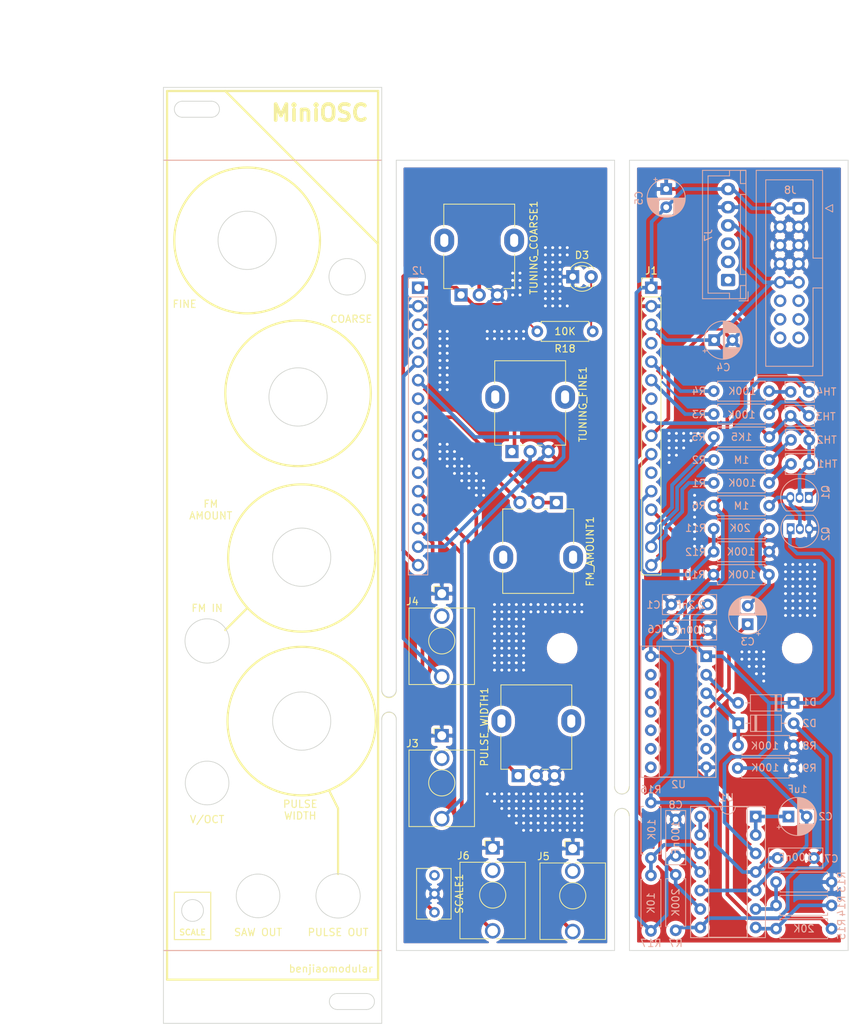
<source format=kicad_pcb>
(kicad_pcb (version 20171130) (host pcbnew 5.1.9+dfsg1-1~bpo10+1)
  (layers (0 F.Cu signal) (31 B.Cu signal) (34 B.Paste user) (35 F.Paste user) (36 B.SilkS user) (37 F.SilkS user) (38 B.Mask user) (39 F.Mask user) (44 Edge.Cuts user))
  (net 0 "")
  (net 1 Earth)
  (net 2 "Net-(C1-Pad1)")
  (net 3 "Net-(C2-Pad2)")
  (net 4 "Net-(C2-Pad1)")
  (net 5 "Net-(C3-Pad1)")
  (net 6 "Net-(C3-Pad2)")
  (net 7 +12V)
  (net 8 -12V)
  (net 9 "Net-(D1-Pad2)")
  (net 10 "Net-(D2-Pad2)")
  (net 11 "Net-(D2-Pad1)")
  (net 12 GND1)
  (net 13 "Net-(D3-Pad2)")
  (net 14 /FrontPanel/FP_FM_AMT_P2)
  (net 15 /FrontPanel/FP_FM_AMT_P3)
  (net 16 "Net-(J1-Pad16)")
  (net 17 "Net-(J1-Pad15)")
  (net 18 SCALE)
  (net 19 "Net-(J1-Pad6)")
  (net 20 "Net-(J1-Pad5)")
  (net 21 FP_12V_NEG)
  (net 22 /FrontPanel/FP_12V_POS)
  (net 23 /FrontPanel/FP_FM_IN)
  (net 24 /FrontPanel/FP_V_OCT_IN)
  (net 25 /FrontPanel/FP_SCALE)
  (net 26 /FrontPanel/FP_FINE)
  (net 27 /FrontPanel/FP_COARSE)
  (net 28 PULSE_OUT)
  (net 29 SAW_OUT)
  (net 30 /FrontPanel/FP_PULSE_WIDTH)
  (net 31 "Net-(Q1-Pad3)")
  (net 32 "Net-(R1-Pad1)")
  (net 33 "Net-(R2-Pad1)")
  (net 34 "Net-(R3-Pad1)")
  (net 35 "Net-(R4-Pad1)")
  (net 36 "Net-(R13-Pad1)")
  (net 37 "Net-(R14-Pad2)")
  (net 38 "Net-(R16-Pad1)")
  (net 39 "Net-(U1-Pad13)")
  (net 40 FM_AMT_P2)
  (net 41 FM_AMT_P3)
  (net 42 PULSE_WIDTH)
  (net 43 /FrontPanel/FP_SAW_OUT)
  (net 44 /FrontPanel/FP_PULSE_OUT)
  (net 45 "Net-(J8-Pad11)")
  (net 46 "Net-(J8-Pad13)")
  (net 47 "Net-(J8-Pad15)")
  (module MountingHole:MountingHole_3.2mm_M3 (layer F.Cu) (at 94.8 122)
    (fp_text reference REF** hide)
    (fp_text value MountingHole_3.2mm_M3)
    (pad 1 np_thru_hole circle (at 0 0) (size 3.2 3.2) (drill 3.2) (layers *.Cu *.Mask))
  )
  (module Panelization:mouse-bite-2mm-slot (layer F.Cu) (at 103 143 90)
    (fp_text reference mouse-bite-2mm-slot hide)
    (fp_text value VAL** hide)
    (pad "" np_thru_hole circle (at 0.75 0.75 90) (size 0.5 0.5) (drill 0.5) (layers *.Cu *.Mask))
    (pad "" np_thru_hole circle (at -0.75 0.75 90) (size 0.5 0.5) (drill 0.5) (layers *.Cu *.Mask))
    (pad "" np_thru_hole circle (at -0.75 -0.75 90) (size 0.5 0.5) (drill 0.5) (layers *.Cu *.Mask))
    (pad "" np_thru_hole circle (at 0.75 -0.75 90) (size 0.5 0.5) (drill 0.5) (layers *.Cu *.Mask))
    (pad "" np_thru_hole circle (at 0 0.75 90) (size 0.5 0.5) (drill 0.5) (layers *.Cu *.Mask))
    (pad "" np_thru_hole circle (at 0 -0.75 90) (size 0.5 0.5) (drill 0.5) (layers *.Cu *.Mask))
  )
  (module Panelization:mouse-bite-2mm-slot (layer F.Cu) (at 71 129.8 90)
    (fp_text reference mouse-bite-2mm-slot hide)
    (fp_text value VAL** hide)
    (pad "" np_thru_hole circle (at 0.75 0.75 90) (size 0.5 0.5) (drill 0.5) (layers *.Cu *.Mask))
    (pad "" np_thru_hole circle (at -0.75 0.75 90) (size 0.5 0.5) (drill 0.5) (layers *.Cu *.Mask))
    (pad "" np_thru_hole circle (at -0.75 -0.75 90) (size 0.5 0.5) (drill 0.5) (layers *.Cu *.Mask))
    (pad "" np_thru_hole circle (at 0.75 -0.75 90) (size 0.5 0.5) (drill 0.5) (layers *.Cu *.Mask))
    (pad "" np_thru_hole circle (at 0 0.75 90) (size 0.5 0.5) (drill 0.5) (layers *.Cu *.Mask))
    (pad "" np_thru_hole circle (at 0 -0.75 90) (size 0.5 0.5) (drill 0.5) (layers *.Cu *.Mask))
  )
  (module MountingHole:MountingHole_3.2mm_M3 (layer F.Cu) (at 127.1 122)
    (fp_text reference REF** hide)
    (fp_text value MountingHole_3.2mm_M3)
    (pad 1 np_thru_hole circle (at 0 0) (size 3.2 3.2) (drill 3.2) (layers *.Cu *.Mask))
  )
  (module Connector_PinSocket_2.54mm:PinSocket_1x16_P2.54mm_Vertical (layer B.Cu) (at 75 72.5 180)
    (fp_text reference J2 (at 0 2.33) (layer B.SilkS) (effects (justify mirror)))
    (fp_text value Conn_01x16_Male)
    (pad 16 thru_hole oval (at 0 -38.1 180) (size 1.7 1.7) (drill 1) (layers *.Cu *.Mask) (net 27 /FrontPanel/FP_COARSE))
    (pad 15 thru_hole oval (at 0 -35.56 180) (size 1.7 1.7) (drill 1) (layers *.Cu *.Mask) (net 26 /FrontPanel/FP_FINE))
    (pad 14 thru_hole oval (at 0 -33.02 180) (size 1.7 1.7) (drill 1) (layers *.Cu *.Mask) (net 25 /FrontPanel/FP_SCALE))
    (pad 13 thru_hole oval (at 0 -30.48 180) (size 1.7 1.7) (drill 1) (layers *.Cu *.Mask) (net 43 /FrontPanel/FP_SAW_OUT))
    (pad 12 thru_hole oval (at 0 -27.94 180) (size 1.7 1.7) (drill 1) (layers *.Cu *.Mask) (net 44 /FrontPanel/FP_PULSE_OUT))
    (pad 11 thru_hole oval (at 0 -25.4 180) (size 1.7 1.7) (drill 1) (layers *.Cu *.Mask))
    (pad 10 thru_hole oval (at 0 -22.86 180) (size 1.7 1.7) (drill 1) (layers *.Cu *.Mask) (net 30 /FrontPanel/FP_PULSE_WIDTH))
    (pad 9 thru_hole oval (at 0 -20.32 180) (size 1.7 1.7) (drill 1) (layers *.Cu *.Mask) (net 15 /FrontPanel/FP_FM_AMT_P3))
    (pad 8 thru_hole oval (at 0 -17.78 180) (size 1.7 1.7) (drill 1) (layers *.Cu *.Mask) (net 14 /FrontPanel/FP_FM_AMT_P2))
    (pad 7 thru_hole oval (at 0 -15.24 180) (size 1.7 1.7) (drill 1) (layers *.Cu *.Mask))
    (pad 6 thru_hole oval (at 0 -12.7 180) (size 1.7 1.7) (drill 1) (layers *.Cu *.Mask) (net 24 /FrontPanel/FP_V_OCT_IN))
    (pad 5 thru_hole oval (at 0 -10.16 180) (size 1.7 1.7) (drill 1) (layers *.Cu *.Mask) (net 23 /FrontPanel/FP_FM_IN))
    (pad 4 thru_hole oval (at 0 -7.62 180) (size 1.7 1.7) (drill 1) (layers *.Cu *.Mask))
    (pad 3 thru_hole oval (at 0 -5.08 180) (size 1.7 1.7) (drill 1) (layers *.Cu *.Mask) (net 22 /FrontPanel/FP_12V_POS))
    (pad 2 thru_hole oval (at 0 -2.54 180) (size 1.7 1.7) (drill 1) (layers *.Cu *.Mask) (net 12 GND1))
    (pad 1 thru_hole rect (at 0 0 180) (size 1.7 1.7) (drill 1) (layers *.Cu *.Mask) (net 21 FP_12V_NEG))
  )
  (module Potentiometer_THT:Potentiometer_Bourns_3266Y_Vertical (layer F.Cu) (at 77.25 158.25 270)
    (fp_text reference SCALE1 (at -2.54 -3.41 90) (layer F.SilkS))
    (fp_text value 1K)
    (pad 3 thru_hole circle (at -5.08 0 270) (size 1.44 1.44) (drill 0.8) (layers *.Cu *.Mask))
    (pad 2 thru_hole circle (at -2.54 0 270) (size 1.44 1.44) (drill 0.8) (layers *.Cu *.Mask) (net 12 GND1))
    (pad 1 thru_hole circle (at 0 0 270) (size 1.44 1.44) (drill 0.8) (layers *.Cu *.Mask) (net 25 /FrontPanel/FP_SCALE))
  )
  (module Capacitor_THT:C_Rect_L7.2mm_W2.5mm_P5.00mm_FKS2_FKP2_MKS2_MKP2 (layer B.Cu) (at 114.8 116 180)
    (fp_text reference C1 (at 7.45 -0.05) (layer B.SilkS) (effects (justify mirror)))
    (fp_text value 2.2nF (at 2.35 -0.05) (layer B.SilkS) (effects (justify mirror)))
    (pad 2 thru_hole circle (at 5 0 180) (size 1.6 1.6) (drill 0.8) (layers *.Cu *.Mask) (net 1 Earth))
    (pad 1 thru_hole circle (at 0 0 180) (size 1.6 1.6) (drill 0.8) (layers *.Cu *.Mask) (net 2 "Net-(C1-Pad1)"))
  )
  (module Capacitor_THT:CP_Radial_D5.0mm_P2.50mm (layer B.Cu) (at 125.9 145.1)
    (fp_text reference C2 (at 5.1 0) (layer B.SilkS) (effects (justify mirror)))
    (fp_text value 1uF (at 1.25 -3.75) (layer B.SilkS) (effects (justify mirror)))
    (pad 2 thru_hole circle (at 2.5 0) (size 1.6 1.6) (drill 0.8) (layers *.Cu *.Mask) (net 3 "Net-(C2-Pad2)"))
    (pad 1 thru_hole rect (at 0 0) (size 1.6 1.6) (drill 0.8) (layers *.Cu *.Mask) (net 4 "Net-(C2-Pad1)"))
  )
  (module Capacitor_THT:CP_Radial_D5.0mm_P2.50mm (layer B.Cu) (at 120.3 118.7 90)
    (fp_text reference C3 (at -2.4 0 180) (layer B.SilkS) (effects (justify mirror)))
    (fp_text value 1uF)
    (pad 1 thru_hole rect (at 0 0 90) (size 1.6 1.6) (drill 0.8) (layers *.Cu *.Mask) (net 5 "Net-(C3-Pad1)"))
    (pad 2 thru_hole circle (at 2.5 0 90) (size 1.6 1.6) (drill 0.8) (layers *.Cu *.Mask) (net 6 "Net-(C3-Pad2)"))
  )
  (module Capacitor_THT:C_Rect_L7.2mm_W2.5mm_P5.00mm_FKS2_FKP2_MKS2_MKP2 (layer B.Cu) (at 109.8 119.5)
    (fp_text reference C6 (at -2.3 -0.1) (layer B.SilkS) (effects (justify mirror)))
    (fp_text value 100nF (at 2.6 0) (layer B.SilkS) (effects (justify mirror)))
    (pad 1 thru_hole circle (at 0 0) (size 1.6 1.6) (drill 0.8) (layers *.Cu *.Mask) (net 7 +12V))
    (pad 2 thru_hole circle (at 5 0) (size 1.6 1.6) (drill 0.8) (layers *.Cu *.Mask) (net 1 Earth))
  )
  (module Capacitor_THT:C_Rect_L7.2mm_W2.5mm_P5.00mm_FKS2_FKP2_MKS2_MKP2 (layer B.Cu) (at 124.4 150.8)
    (fp_text reference C7 (at 7.4 0.1) (layer B.SilkS) (effects (justify mirror)))
    (fp_text value 100nF (at 2.5 -0.1) (layer B.SilkS) (effects (justify mirror)))
    (pad 1 thru_hole circle (at 0 0) (size 1.6 1.6) (drill 0.8) (layers *.Cu *.Mask) (net 7 +12V))
    (pad 2 thru_hole circle (at 5 0) (size 1.6 1.6) (drill 0.8) (layers *.Cu *.Mask) (net 1 Earth))
  )
  (module Capacitor_THT:C_Rect_L7.2mm_W2.5mm_P5.00mm_FKS2_FKP2_MKS2_MKP2 (layer B.Cu) (at 110.4 145.5 270)
    (fp_text reference C8 (at -2 0 180) (layer B.SilkS) (effects (justify mirror)))
    (fp_text value 100nF (at 2.5 0 90) (layer B.SilkS) (effects (justify mirror)))
    (pad 2 thru_hole circle (at 5 0 270) (size 1.6 1.6) (drill 0.8) (layers *.Cu *.Mask) (net 8 -12V))
    (pad 1 thru_hole circle (at 0 0 270) (size 1.6 1.6) (drill 0.8) (layers *.Cu *.Mask) (net 1 Earth))
  )
  (module Diode_THT:D_DO-35_SOD27_P7.62mm_Horizontal (layer B.Cu) (at 126.6 129.5 180)
    (fp_text reference D1 (at -2.2 0.1) (layer B.SilkS) (effects (justify mirror)))
    (fp_text value 1N4148)
    (pad 1 thru_hole rect (at 0 0 180) (size 1.6 1.6) (drill 0.8) (layers *.Cu *.Mask) (net 2 "Net-(C1-Pad1)"))
    (pad 2 thru_hole oval (at 7.62 0 180) (size 1.6 1.6) (drill 0.8) (layers *.Cu *.Mask) (net 9 "Net-(D1-Pad2)"))
  )
  (module Diode_THT:D_DO-35_SOD27_P7.62mm_Horizontal (layer B.Cu) (at 119 132.3)
    (fp_text reference D2 (at 9.8 0) (layer B.SilkS) (effects (justify mirror)))
    (fp_text value 1N4148)
    (pad 2 thru_hole oval (at 7.62 0) (size 1.6 1.6) (drill 0.8) (layers *.Cu *.Mask) (net 10 "Net-(D2-Pad2)"))
    (pad 1 thru_hole rect (at 0 0) (size 1.6 1.6) (drill 0.8) (layers *.Cu *.Mask) (net 11 "Net-(D2-Pad1)"))
  )
  (module LED_THT:LED_D3.0mm (layer F.Cu) (at 96.25 71)
    (fp_text reference D3 (at 1.27 -2.96) (layer F.SilkS))
    (fp_text value LED)
    (pad 1 thru_hole rect (at 0 0) (size 1.8 1.8) (drill 0.9) (layers *.Cu *.Mask) (net 12 GND1))
    (pad 2 thru_hole circle (at 2.54 0) (size 1.8 1.8) (drill 0.9) (layers *.Cu *.Mask) (net 13 "Net-(D3-Pad2)"))
  )
  (module Potentiometer_THT:Potentiometer_Alpha_RD901F-40-00D_Single_Vertical (layer F.Cu) (at 94 102 270)
    (fp_text reference FM_AMOUNT1 (at 6.71 -4.64 270) (layer F.SilkS))
    (fp_text value 1M)
    (pad 1 thru_hole rect (at 0 0) (size 1.8 1.8) (drill 1) (layers *.Cu *.Mask) (net 14 /FrontPanel/FP_FM_AMT_P2))
    (pad 2 thru_hole circle (at 0 2.5) (size 1.8 1.8) (drill 1) (layers *.Cu *.Mask) (net 14 /FrontPanel/FP_FM_AMT_P2))
    (pad 3 thru_hole circle (at 0 5) (size 1.8 1.8) (drill 1) (layers *.Cu *.Mask) (net 15 /FrontPanel/FP_FM_AMT_P3))
    (pad "" thru_hole oval (at 7.5 7.3) (size 2.72 3.24) (drill oval 1.1 1.8) (layers *.Cu *.Mask))
    (pad "" thru_hole oval (at 7.5 -2.3) (size 2.72 3.24) (drill oval 1.1 1.8) (layers *.Cu *.Mask))
  )
  (module Connector_Audio:Jack_3.5mm_QingPu_WQP-PJ398SM_Vertical_CircularHoles (layer F.Cu) (at 78.25 134)
    (fp_text reference J3 (at -4.03 1.08 180) (layer F.SilkS))
    (fp_text value V_OCT_IN)
    (pad TN thru_hole circle (at 0 3.1 180) (size 2.13 2.13) (drill 1.42) (layers *.Cu *.Mask))
    (pad S thru_hole rect (at 0 0 180) (size 1.93 1.83) (drill 1.22) (layers *.Cu *.Mask) (net 12 GND1))
    (pad T thru_hole circle (at 0 11.4 180) (size 2.13 2.13) (drill 1.43) (layers *.Cu *.Mask) (net 24 /FrontPanel/FP_V_OCT_IN))
  )
  (module Connector_Audio:Jack_3.5mm_QingPu_WQP-PJ398SM_Vertical_CircularHoles (layer F.Cu) (at 78.25 114.5)
    (fp_text reference J4 (at -4.03 1.08 180) (layer F.SilkS))
    (fp_text value FM_IN)
    (pad T thru_hole circle (at 0 11.4 180) (size 2.13 2.13) (drill 1.43) (layers *.Cu *.Mask) (net 23 /FrontPanel/FP_FM_IN))
    (pad S thru_hole rect (at 0 0 180) (size 1.93 1.83) (drill 1.22) (layers *.Cu *.Mask) (net 12 GND1))
    (pad TN thru_hole circle (at 0 3.1 180) (size 2.13 2.13) (drill 1.42) (layers *.Cu *.Mask))
  )
  (module Connector_Audio:Jack_3.5mm_QingPu_WQP-PJ398SM_Vertical_CircularHoles (layer F.Cu) (at 96.25 149.5)
    (fp_text reference J5 (at -4.03 1.08 180) (layer F.SilkS))
    (fp_text value PULSE_OUT)
    (pad TN thru_hole circle (at 0 3.1 180) (size 2.13 2.13) (drill 1.42) (layers *.Cu *.Mask))
    (pad S thru_hole rect (at 0 0 180) (size 1.93 1.83) (drill 1.22) (layers *.Cu *.Mask) (net 12 GND1))
    (pad T thru_hole circle (at 0 11.4 180) (size 2.13 2.13) (drill 1.43) (layers *.Cu *.Mask) (net 44 /FrontPanel/FP_PULSE_OUT))
  )
  (module Connector_Audio:Jack_3.5mm_QingPu_WQP-PJ398SM_Vertical_CircularHoles (layer F.Cu) (at 85.25 149.4)
    (fp_text reference J6 (at -4.03 1.08 180) (layer F.SilkS))
    (fp_text value SAW_OUT)
    (pad T thru_hole circle (at 0 11.4 180) (size 2.13 2.13) (drill 1.43) (layers *.Cu *.Mask) (net 43 /FrontPanel/FP_SAW_OUT))
    (pad S thru_hole rect (at 0 0 180) (size 1.93 1.83) (drill 1.22) (layers *.Cu *.Mask) (net 12 GND1))
    (pad TN thru_hole circle (at 0 3.1 180) (size 2.13 2.13) (drill 1.42) (layers *.Cu *.Mask))
  )
  (module Connector_JST:JST_XH_B6B-XH-A_1x06_P2.50mm_Vertical (layer B.Cu) (at 117.6 71.45 90)
    (fp_text reference J7 (at 6.15 -2.7 270) (layer B.SilkS) (effects (justify mirror)))
    (fp_text value JST_BUS)
    (pad 1 thru_hole roundrect (at 0 0 90) (size 1.7 1.95) (drill 0.95) (layers *.Cu *.Mask) (roundrect_rratio 0.147059))
    (pad 2 thru_hole oval (at 2.5 0 90) (size 1.7 1.95) (drill 0.95) (layers *.Cu *.Mask))
    (pad 3 thru_hole oval (at 5 0 90) (size 1.7 1.95) (drill 0.95) (layers *.Cu *.Mask))
    (pad 4 thru_hole oval (at 7.5 0 90) (size 1.7 1.95) (drill 0.95) (layers *.Cu *.Mask) (net 7 +12V))
    (pad 5 thru_hole oval (at 10 0 90) (size 1.7 1.95) (drill 0.95) (layers *.Cu *.Mask) (net 1 Earth))
    (pad 6 thru_hole oval (at 12.5 0 90) (size 1.7 1.95) (drill 0.95) (layers *.Cu *.Mask) (net 8 -12V))
  )
  (module Connector_IDC:IDC-Header_2x08_P2.54mm_Vertical (layer B.Cu) (at 127.3 61.6 180)
    (fp_text reference J8 (at 1.15 2.5) (layer B.SilkS) (effects (justify mirror)))
    (fp_text value IDC_BUS)
    (pad 1 thru_hole roundrect (at 0 0 180) (size 1.7 1.7) (drill 1) (layers *.Cu *.Mask) (roundrect_rratio 0.147059) (net 8 -12V))
    (pad 3 thru_hole circle (at 0 -2.54 180) (size 1.7 1.7) (drill 1) (layers *.Cu *.Mask) (net 1 Earth))
    (pad 5 thru_hole circle (at 0 -5.08 180) (size 1.7 1.7) (drill 1) (layers *.Cu *.Mask) (net 1 Earth))
    (pad 7 thru_hole circle (at 0 -7.62 180) (size 1.7 1.7) (drill 1) (layers *.Cu *.Mask) (net 1 Earth))
    (pad 9 thru_hole circle (at 0 -10.16 180) (size 1.7 1.7) (drill 1) (layers *.Cu *.Mask) (net 7 +12V))
    (pad 11 thru_hole circle (at 0 -12.7 180) (size 1.7 1.7) (drill 1) (layers *.Cu *.Mask) (net 45 "Net-(J8-Pad11)"))
    (pad 13 thru_hole circle (at 0 -15.24 180) (size 1.7 1.7) (drill 1) (layers *.Cu *.Mask) (net 46 "Net-(J8-Pad13)"))
    (pad 15 thru_hole circle (at 0 -17.78 180) (size 1.7 1.7) (drill 1) (layers *.Cu *.Mask) (net 47 "Net-(J8-Pad15)"))
    (pad 2 thru_hole circle (at 2.54 0 180) (size 1.7 1.7) (drill 1) (layers *.Cu *.Mask) (net 8 -12V))
    (pad 4 thru_hole circle (at 2.54 -2.54 180) (size 1.7 1.7) (drill 1) (layers *.Cu *.Mask) (net 1 Earth))
    (pad 6 thru_hole circle (at 2.54 -5.08 180) (size 1.7 1.7) (drill 1) (layers *.Cu *.Mask) (net 1 Earth))
    (pad 8 thru_hole circle (at 2.54 -7.62 180) (size 1.7 1.7) (drill 1) (layers *.Cu *.Mask) (net 1 Earth))
    (pad 10 thru_hole circle (at 2.54 -10.16 180) (size 1.7 1.7) (drill 1) (layers *.Cu *.Mask) (net 7 +12V))
    (pad 12 thru_hole circle (at 2.54 -12.7 180) (size 1.7 1.7) (drill 1) (layers *.Cu *.Mask) (net 45 "Net-(J8-Pad11)"))
    (pad 14 thru_hole circle (at 2.54 -15.24 180) (size 1.7 1.7) (drill 1) (layers *.Cu *.Mask) (net 46 "Net-(J8-Pad13)"))
    (pad 16 thru_hole circle (at 2.54 -17.78 180) (size 1.7 1.7) (drill 1) (layers *.Cu *.Mask) (net 47 "Net-(J8-Pad15)"))
  )
  (module Potentiometer_THT:Potentiometer_Alpha_RD901F-40-00D_Single_Vertical (layer F.Cu) (at 88.75 139.5 90)
    (fp_text reference PULSE_WIDTH1 (at 6.71 -4.64 270) (layer F.SilkS))
    (fp_text value 100K)
    (pad 1 thru_hole rect (at 0 0 180) (size 1.8 1.8) (drill 1) (layers *.Cu *.Mask) (net 30 /FrontPanel/FP_PULSE_WIDTH))
    (pad 2 thru_hole circle (at 0 2.5 180) (size 1.8 1.8) (drill 1) (layers *.Cu *.Mask) (net 12 GND1))
    (pad 3 thru_hole circle (at 0 5 180) (size 1.8 1.8) (drill 1) (layers *.Cu *.Mask) (net 12 GND1))
    (pad "" thru_hole oval (at 7.5 7.3 180) (size 2.72 3.24) (drill oval 1.1 1.8) (layers *.Cu *.Mask))
    (pad "" thru_hole oval (at 7.5 -2.3 180) (size 2.72 3.24) (drill oval 1.1 1.8) (layers *.Cu *.Mask))
  )
  (module Package_TO_SOT_THT:TO-92_Inline (layer B.Cu) (at 128.7 101.3 180)
    (fp_text reference Q1 (at -2.3 0.7 90) (layer B.SilkS) (effects (justify mirror)))
    (fp_text value BC558)
    (pad 1 thru_hole rect (at 0 0 180) (size 1.05 1.5) (drill 0.75) (layers *.Cu *.Mask) (net 8 -12V))
    (pad 3 thru_hole oval (at 2.54 0 180) (size 1.05 1.5) (drill 0.75) (layers *.Cu *.Mask) (net 31 "Net-(Q1-Pad3)"))
    (pad 2 thru_hole oval (at 1.27 0 180) (size 1.05 1.5) (drill 0.75) (layers *.Cu *.Mask) (net 41 FM_AMT_P3))
  )
  (module Package_TO_SOT_THT:TO-92_Inline (layer B.Cu) (at 126.2 105.6)
    (fp_text reference Q2 (at 4.8 0.7 270) (layer B.SilkS) (effects (justify mirror)))
    (fp_text value BC548)
    (pad 2 thru_hole oval (at 1.27 0) (size 1.05 1.5) (drill 0.75) (layers *.Cu *.Mask) (net 31 "Net-(Q1-Pad3)"))
    (pad 3 thru_hole oval (at 2.54 0) (size 1.05 1.5) (drill 0.75) (layers *.Cu *.Mask) (net 1 Earth))
    (pad 1 thru_hole rect (at 0 0) (size 1.05 1.5) (drill 0.75) (layers *.Cu *.Mask) (net 2 "Net-(C1-Pad1)"))
  )
  (module Resistor_THT:R_Axial_DIN0207_L6.3mm_D2.5mm_P7.62mm_Horizontal (layer B.Cu) (at 123.25 99.3 180)
    (fp_text reference R1 (at 9.65 -0.05) (layer B.SilkS) (effects (justify mirror)))
    (fp_text value 100K (at 3.7 0) (layer B.SilkS) (effects (justify mirror)))
    (pad 1 thru_hole circle (at 0 0 180) (size 1.6 1.6) (drill 0.8) (layers *.Cu *.Mask) (net 32 "Net-(R1-Pad1)"))
    (pad 2 thru_hole oval (at 7.62 0 180) (size 1.6 1.6) (drill 0.8) (layers *.Cu *.Mask) (net 16 "Net-(J1-Pad16)"))
  )
  (module Resistor_THT:R_Axial_DIN0207_L6.3mm_D2.5mm_P7.62mm_Horizontal (layer B.Cu) (at 123.25 96.15 180)
    (fp_text reference R2 (at 9.65 0) (layer B.SilkS) (effects (justify mirror)))
    (fp_text value 1M (at 3.8 0) (layer B.SilkS) (effects (justify mirror)))
    (pad 2 thru_hole oval (at 7.62 0 180) (size 1.6 1.6) (drill 0.8) (layers *.Cu *.Mask) (net 17 "Net-(J1-Pad15)"))
    (pad 1 thru_hole circle (at 0 0 180) (size 1.6 1.6) (drill 0.8) (layers *.Cu *.Mask) (net 33 "Net-(R2-Pad1)"))
  )
  (module Resistor_THT:R_Axial_DIN0207_L6.3mm_D2.5mm_P7.62mm_Horizontal (layer B.Cu) (at 123.25 89.85 180)
    (fp_text reference R3 (at 9.65 -0.05) (layer B.SilkS) (effects (justify mirror)))
    (fp_text value 100K (at 3.81 -0.1) (layer B.SilkS) (effects (justify mirror)))
    (pad 2 thru_hole oval (at 7.62 0 180) (size 1.6 1.6) (drill 0.8) (layers *.Cu *.Mask) (net 19 "Net-(J1-Pad6)"))
    (pad 1 thru_hole circle (at 0 0 180) (size 1.6 1.6) (drill 0.8) (layers *.Cu *.Mask) (net 34 "Net-(R3-Pad1)"))
  )
  (module Resistor_THT:R_Axial_DIN0207_L6.3mm_D2.5mm_P7.62mm_Horizontal (layer B.Cu) (at 123.25 86.7 180)
    (fp_text reference R4 (at 9.65 0) (layer B.SilkS) (effects (justify mirror)))
    (fp_text value 100K (at 3.7 0) (layer B.SilkS) (effects (justify mirror)))
    (pad 1 thru_hole circle (at 0 0 180) (size 1.6 1.6) (drill 0.8) (layers *.Cu *.Mask) (net 35 "Net-(R4-Pad1)"))
    (pad 2 thru_hole oval (at 7.62 0 180) (size 1.6 1.6) (drill 0.8) (layers *.Cu *.Mask) (net 20 "Net-(J1-Pad5)"))
  )
  (module Resistor_THT:R_Axial_DIN0207_L6.3mm_D2.5mm_P7.62mm_Horizontal (layer B.Cu) (at 115.65 93)
    (fp_text reference R5 (at -2.1 0) (layer B.SilkS) (effects (justify mirror)))
    (fp_text value 1K5 (at 3.8 0) (layer B.SilkS) (effects (justify mirror)))
    (pad 2 thru_hole oval (at 7.62 0) (size 1.6 1.6) (drill 0.8) (layers *.Cu *.Mask) (net 41 FM_AMT_P3))
    (pad 1 thru_hole circle (at 0 0) (size 1.6 1.6) (drill 0.8) (layers *.Cu *.Mask) (net 18 SCALE))
  )
  (module Resistor_THT:R_Axial_DIN0207_L6.3mm_D2.5mm_P7.62mm_Horizontal (layer B.Cu) (at 123.25 102.45 180)
    (fp_text reference R6 (at 9.65 0.05) (layer B.SilkS) (effects (justify mirror)))
    (fp_text value 1M (at 3.81 0) (layer B.SilkS) (effects (justify mirror)))
    (pad 1 thru_hole circle (at 0 0 180) (size 1.6 1.6) (drill 0.8) (layers *.Cu *.Mask) (net 31 "Net-(Q1-Pad3)"))
    (pad 2 thru_hole oval (at 7.62 0 180) (size 1.6 1.6) (drill 0.8) (layers *.Cu *.Mask) (net 7 +12V))
  )
  (module Resistor_THT:R_Axial_DIN0207_L6.3mm_D2.5mm_P7.62mm_Horizontal (layer B.Cu) (at 110.4 153.1 270)
    (fp_text reference R7 (at 9.4 0) (layer B.SilkS) (effects (justify mirror)))
    (fp_text value 200K (at 3.8 0 90) (layer B.SilkS) (effects (justify mirror)))
    (pad 1 thru_hole circle (at 0 0 270) (size 1.6 1.6) (drill 0.8) (layers *.Cu *.Mask) (net 42 PULSE_WIDTH))
    (pad 2 thru_hole oval (at 7.62 0 270) (size 1.6 1.6) (drill 0.8) (layers *.Cu *.Mask) (net 10 "Net-(D2-Pad2)"))
  )
  (module Resistor_THT:R_Axial_DIN0207_L6.3mm_D2.5mm_P7.62mm_Horizontal (layer B.Cu) (at 126.6 135.35 180)
    (fp_text reference R8 (at -2.2 -0.05) (layer B.SilkS) (effects (justify mirror)))
    (fp_text value 100K (at 3.95 -0.05) (layer B.SilkS) (effects (justify mirror)))
    (pad 2 thru_hole oval (at 7.62 0 180) (size 1.6 1.6) (drill 0.8) (layers *.Cu *.Mask) (net 11 "Net-(D2-Pad1)"))
    (pad 1 thru_hole circle (at 0 0 180) (size 1.6 1.6) (drill 0.8) (layers *.Cu *.Mask) (net 1 Earth))
  )
  (module Resistor_THT:R_Axial_DIN0207_L6.3mm_D2.5mm_P7.62mm_Horizontal (layer B.Cu) (at 126.55 138.45 180)
    (fp_text reference R9 (at -2.25 0) (layer B.SilkS) (effects (justify mirror)))
    (fp_text value 100K (at 3.85 0.05) (layer B.SilkS) (effects (justify mirror)))
    (pad 1 thru_hole circle (at 0 0 180) (size 1.6 1.6) (drill 0.8) (layers *.Cu *.Mask) (net 1 Earth))
    (pad 2 thru_hole oval (at 7.62 0 180) (size 1.6 1.6) (drill 0.8) (layers *.Cu *.Mask) (net 3 "Net-(C2-Pad2)"))
  )
  (module Resistor_THT:R_Axial_DIN0207_L6.3mm_D2.5mm_P7.62mm_Horizontal (layer B.Cu) (at 115.6 111.9)
    (fp_text reference R10 (at -2.55 0) (layer B.SilkS) (effects (justify mirror)))
    (fp_text value 100K (at 3.9 0) (layer B.SilkS) (effects (justify mirror)))
    (pad 1 thru_hole circle (at 0 0) (size 1.6 1.6) (drill 0.8) (layers *.Cu *.Mask) (net 1 Earth))
    (pad 2 thru_hole oval (at 7.62 0) (size 1.6 1.6) (drill 0.8) (layers *.Cu *.Mask) (net 6 "Net-(C3-Pad2)"))
  )
  (module Resistor_THT:R_Axial_DIN0207_L6.3mm_D2.5mm_P7.62mm_Horizontal (layer B.Cu) (at 123.25 105.6 180)
    (fp_text reference R11 (at 10.1 0.1) (layer B.SilkS) (effects (justify mirror)))
    (fp_text value 20K (at 4 0.1) (layer B.SilkS) (effects (justify mirror)))
    (pad 2 thru_hole oval (at 7.62 0 180) (size 1.6 1.6) (drill 0.8) (layers *.Cu *.Mask) (net 28 PULSE_OUT))
    (pad 1 thru_hole circle (at 0 0 180) (size 1.6 1.6) (drill 0.8) (layers *.Cu *.Mask) (net 6 "Net-(C3-Pad2)"))
  )
  (module Resistor_THT:R_Axial_DIN0207_L6.3mm_D2.5mm_P7.62mm_Horizontal (layer B.Cu) (at 123.25 108.75 180)
    (fp_text reference R12 (at 10.1 -0.05) (layer B.SilkS) (effects (justify mirror)))
    (fp_text value 100K (at 3.9 0) (layer B.SilkS) (effects (justify mirror)))
    (pad 1 thru_hole circle (at 0 0 180) (size 1.6 1.6) (drill 0.8) (layers *.Cu *.Mask) (net 1 Earth))
    (pad 2 thru_hole oval (at 7.62 0 180) (size 1.6 1.6) (drill 0.8) (layers *.Cu *.Mask) (net 28 PULSE_OUT))
  )
  (module Resistor_THT:R_Axial_DIN0207_L6.3mm_D2.5mm_P7.62mm_Horizontal (layer B.Cu) (at 124.2 154.1)
    (fp_text reference R13 (at 9 0 90) (layer B.SilkS) (effects (justify mirror)))
    (fp_text value 33K)
    (pad 1 thru_hole circle (at 0 0) (size 1.6 1.6) (drill 0.8) (layers *.Cu *.Mask) (net 36 "Net-(R13-Pad1)"))
    (pad 2 thru_hole oval (at 7.62 0) (size 1.6 1.6) (drill 0.8) (layers *.Cu *.Mask) (net 1 Earth))
  )
  (module Resistor_THT:R_Axial_DIN0207_L6.3mm_D2.5mm_P7.62mm_Horizontal (layer B.Cu) (at 124.2 157.3)
    (fp_text reference R14 (at 9 0.1 270) (layer B.SilkS) (effects (justify mirror)))
    (fp_text value 100K)
    (pad 2 thru_hole oval (at 7.62 0) (size 1.6 1.6) (drill 0.8) (layers *.Cu *.Mask) (net 37 "Net-(R14-Pad2)"))
    (pad 1 thru_hole circle (at 0 0) (size 1.6 1.6) (drill 0.8) (layers *.Cu *.Mask) (net 36 "Net-(R13-Pad1)"))
  )
  (module Resistor_THT:R_Axial_DIN0207_L6.3mm_D2.5mm_P7.62mm_Horizontal (layer B.Cu) (at 124.2 160.5)
    (fp_text reference R15 (at 9 0.1 90) (layer B.SilkS) (effects (justify mirror)))
    (fp_text value 20K (at 3.81 0) (layer B.SilkS) (effects (justify mirror)))
    (pad 2 thru_hole oval (at 7.62 0) (size 1.6 1.6) (drill 0.8) (layers *.Cu *.Mask) (net 29 SAW_OUT))
    (pad 1 thru_hole circle (at 0 0) (size 1.6 1.6) (drill 0.8) (layers *.Cu *.Mask) (net 37 "Net-(R14-Pad2)"))
  )
  (module Resistor_THT:R_Axial_DIN0207_L6.3mm_D2.5mm_P7.62mm_Horizontal (layer B.Cu) (at 107 150.8 90)
    (fp_text reference R16 (at 9.4 0 180) (layer B.SilkS) (effects (justify mirror)))
    (fp_text value 10K (at 3.9 0.1 90) (layer B.SilkS) (effects (justify mirror)))
    (pad 2 thru_hole oval (at 7.62 0 90) (size 1.6 1.6) (drill 0.8) (layers *.Cu *.Mask) (net 7 +12V))
    (pad 1 thru_hole circle (at 0 0 90) (size 1.6 1.6) (drill 0.8) (layers *.Cu *.Mask) (net 38 "Net-(R16-Pad1)"))
  )
  (module Resistor_THT:R_Axial_DIN0207_L6.3mm_D2.5mm_P7.62mm_Horizontal (layer B.Cu) (at 107 160.8 90)
    (fp_text reference R17 (at -1.7 0) (layer B.SilkS) (effects (justify mirror)))
    (fp_text value 10K (at 3.81 0 90) (layer B.SilkS) (effects (justify mirror)))
    (pad 1 thru_hole circle (at 0 0 90) (size 1.6 1.6) (drill 0.8) (layers *.Cu *.Mask) (net 8 -12V))
    (pad 2 thru_hole oval (at 7.62 0 90) (size 1.6 1.6) (drill 0.8) (layers *.Cu *.Mask) (net 38 "Net-(R16-Pad1)"))
  )
  (module Resistor_THT:R_Axial_DIN0207_L6.3mm_D2.5mm_P7.62mm_Horizontal (layer F.Cu) (at 99 78.5 180)
    (fp_text reference R18 (at 3.81 -2.37) (layer F.SilkS))
    (fp_text value 10K (at 3.81 0) (layer F.SilkS))
    (pad 2 thru_hole oval (at 7.62 0 180) (size 1.6 1.6) (drill 0.8) (layers *.Cu *.Mask) (net 22 /FrontPanel/FP_12V_POS))
    (pad 1 thru_hole circle (at 0 0 180) (size 1.6 1.6) (drill 0.8) (layers *.Cu *.Mask) (net 13 "Net-(D3-Pad2)"))
  )
  (module Capacitor_THT:C_Disc_D3.8mm_W2.6mm_P2.50mm (layer B.Cu) (at 128.75 96.7 180)
    (fp_text reference TH1 (at -2.5 0) (layer B.SilkS) (effects (justify mirror)))
    (fp_text value "10K NTC")
    (pad 2 thru_hole circle (at 2.5 0 180) (size 1.6 1.6) (drill 0.8) (layers *.Cu *.Mask) (net 32 "Net-(R1-Pad1)"))
    (pad 1 thru_hole circle (at 0 0 180) (size 1.6 1.6) (drill 0.8) (layers *.Cu *.Mask) (net 41 FM_AMT_P3))
  )
  (module Capacitor_THT:C_Disc_D3.8mm_W2.6mm_P2.50mm (layer B.Cu) (at 128.75 93.4 180)
    (fp_text reference TH2 (at -2.4 0) (layer B.SilkS) (effects (justify mirror)))
    (fp_text value "10K NTC")
    (pad 1 thru_hole circle (at 0 0 180) (size 1.6 1.6) (drill 0.8) (layers *.Cu *.Mask) (net 41 FM_AMT_P3))
    (pad 2 thru_hole circle (at 2.5 0 180) (size 1.6 1.6) (drill 0.8) (layers *.Cu *.Mask) (net 33 "Net-(R2-Pad1)"))
  )
  (module Capacitor_THT:C_Disc_D3.8mm_W2.6mm_P2.50mm (layer B.Cu) (at 126.2 90.1)
    (fp_text reference TH3 (at 4.8 0.1) (layer B.SilkS) (effects (justify mirror)))
    (fp_text value "10K NTC")
    (pad 2 thru_hole circle (at 2.5 0) (size 1.6 1.6) (drill 0.8) (layers *.Cu *.Mask) (net 34 "Net-(R3-Pad1)"))
    (pad 1 thru_hole circle (at 0 0) (size 1.6 1.6) (drill 0.8) (layers *.Cu *.Mask) (net 41 FM_AMT_P3))
  )
  (module Capacitor_THT:C_Disc_D3.8mm_W2.6mm_P2.50mm (layer B.Cu) (at 128.7 86.8 180)
    (fp_text reference TH4 (at -2.4 0) (layer B.SilkS) (effects (justify mirror)))
    (fp_text value "10K NTC")
    (pad 1 thru_hole circle (at 0 0 180) (size 1.6 1.6) (drill 0.8) (layers *.Cu *.Mask) (net 40 FM_AMT_P2))
    (pad 2 thru_hole circle (at 2.5 0 180) (size 1.6 1.6) (drill 0.8) (layers *.Cu *.Mask) (net 35 "Net-(R4-Pad1)"))
  )
  (module Potentiometer_THT:Potentiometer_Alpha_RD901F-40-00D_Single_Vertical (layer F.Cu) (at 80.9 73.5 90)
    (fp_text reference TUNING_COARSE1 (at 6.5 10 270) (layer F.SilkS))
    (fp_text value 100K)
    (pad "" thru_hole oval (at 7.5 -2.3 180) (size 2.72 3.24) (drill oval 1.1 1.8) (layers *.Cu *.Mask))
    (pad "" thru_hole oval (at 7.5 7.3 180) (size 2.72 3.24) (drill oval 1.1 1.8) (layers *.Cu *.Mask))
    (pad 3 thru_hole circle (at 0 5 180) (size 1.8 1.8) (drill 1) (layers *.Cu *.Mask) (net 12 GND1))
    (pad 2 thru_hole circle (at 0 2.5 180) (size 1.8 1.8) (drill 1) (layers *.Cu *.Mask) (net 27 /FrontPanel/FP_COARSE))
    (pad 1 thru_hole rect (at 0 0 180) (size 1.8 1.8) (drill 1) (layers *.Cu *.Mask) (net 21 FP_12V_NEG))
  )
  (module Potentiometer_THT:Potentiometer_Alpha_RD901F-40-00D_Single_Vertical (layer F.Cu) (at 87.9 95 90)
    (fp_text reference TUNING_FINE1 (at 6.5 9.75 270) (layer F.SilkS))
    (fp_text value 100K)
    (pad "" thru_hole oval (at 7.5 -2.3 180) (size 2.72 3.24) (drill oval 1.1 1.8) (layers *.Cu *.Mask))
    (pad "" thru_hole oval (at 7.5 7.3 180) (size 2.72 3.24) (drill oval 1.1 1.8) (layers *.Cu *.Mask))
    (pad 3 thru_hole circle (at 0 5 180) (size 1.8 1.8) (drill 1) (layers *.Cu *.Mask) (net 12 GND1))
    (pad 2 thru_hole circle (at 0 2.5 180) (size 1.8 1.8) (drill 1) (layers *.Cu *.Mask) (net 26 /FrontPanel/FP_FINE))
    (pad 1 thru_hole rect (at 0 0 180) (size 1.8 1.8) (drill 1) (layers *.Cu *.Mask) (net 21 FP_12V_NEG))
  )
  (module Package_DIP:DIP-14_W7.62mm_Socket (layer B.Cu) (at 121.4 145.1 180)
    (fp_text reference U1 (at 4 2.6) (layer B.SilkS) (effects (justify mirror)))
    (fp_text value TL074)
    (pad 14 thru_hole oval (at 7.62 0 180) (size 1.6 1.6) (drill 0.8) (layers *.Cu *.Mask) (net 39 "Net-(U1-Pad13)"))
    (pad 7 thru_hole oval (at 0 -15.24 180) (size 1.6 1.6) (drill 0.8) (layers *.Cu *.Mask) (net 37 "Net-(R14-Pad2)"))
    (pad 13 thru_hole oval (at 7.62 -2.54 180) (size 1.6 1.6) (drill 0.8) (layers *.Cu *.Mask) (net 39 "Net-(U1-Pad13)"))
    (pad 6 thru_hole oval (at 0 -12.7 180) (size 1.6 1.6) (drill 0.8) (layers *.Cu *.Mask) (net 36 "Net-(R13-Pad1)"))
    (pad 12 thru_hole oval (at 7.62 -5.08 180) (size 1.6 1.6) (drill 0.8) (layers *.Cu *.Mask) (net 38 "Net-(R16-Pad1)"))
    (pad 5 thru_hole oval (at 0 -10.16 180) (size 1.6 1.6) (drill 0.8) (layers *.Cu *.Mask) (net 3 "Net-(C2-Pad2)"))
    (pad 11 thru_hole oval (at 7.62 -7.62 180) (size 1.6 1.6) (drill 0.8) (layers *.Cu *.Mask) (net 8 -12V))
    (pad 4 thru_hole oval (at 0 -7.62 180) (size 1.6 1.6) (drill 0.8) (layers *.Cu *.Mask) (net 7 +12V))
    (pad 10 thru_hole oval (at 7.62 -10.16 180) (size 1.6 1.6) (drill 0.8) (layers *.Cu *.Mask) (net 3 "Net-(C2-Pad2)"))
    (pad 3 thru_hole oval (at 0 -5.08 180) (size 1.6 1.6) (drill 0.8) (layers *.Cu *.Mask) (net 2 "Net-(C1-Pad1)"))
    (pad 9 thru_hole oval (at 7.62 -12.7 180) (size 1.6 1.6) (drill 0.8) (layers *.Cu *.Mask) (net 42 PULSE_WIDTH))
    (pad 2 thru_hole oval (at 0 -2.54 180) (size 1.6 1.6) (drill 0.8) (layers *.Cu *.Mask) (net 4 "Net-(C2-Pad1)"))
    (pad 8 thru_hole oval (at 7.62 -15.24 180) (size 1.6 1.6) (drill 0.8) (layers *.Cu *.Mask) (net 10 "Net-(D2-Pad2)"))
    (pad 1 thru_hole rect (at 0 0 180) (size 1.6 1.6) (drill 0.8) (layers *.Cu *.Mask) (net 4 "Net-(C2-Pad1)"))
  )
  (module Package_DIP:DIP-14_W7.62mm_Socket (layer B.Cu) (at 114.6 123.1 180)
    (fp_text reference U2 (at 3.8 -17.6) (layer B.SilkS) (effects (justify mirror)))
    (fp_text value 40106)
    (pad 1 thru_hole rect (at 0 0 180) (size 1.6 1.6) (drill 0.8) (layers *.Cu *.Mask) (net 2 "Net-(C1-Pad1)"))
    (pad 8 thru_hole oval (at 7.62 -15.24 180) (size 1.6 1.6) (drill 0.8) (layers *.Cu *.Mask))
    (pad 2 thru_hole oval (at 0 -2.54 180) (size 1.6 1.6) (drill 0.8) (layers *.Cu *.Mask) (net 9 "Net-(D1-Pad2)"))
    (pad 9 thru_hole oval (at 7.62 -12.7 180) (size 1.6 1.6) (drill 0.8) (layers *.Cu *.Mask))
    (pad 3 thru_hole oval (at 0 -5.08 180) (size 1.6 1.6) (drill 0.8) (layers *.Cu *.Mask) (net 11 "Net-(D2-Pad1)"))
    (pad 10 thru_hole oval (at 7.62 -10.16 180) (size 1.6 1.6) (drill 0.8) (layers *.Cu *.Mask))
    (pad 4 thru_hole oval (at 0 -7.62 180) (size 1.6 1.6) (drill 0.8) (layers *.Cu *.Mask) (net 5 "Net-(C3-Pad1)"))
    (pad 11 thru_hole oval (at 7.62 -7.62 180) (size 1.6 1.6) (drill 0.8) (layers *.Cu *.Mask))
    (pad 5 thru_hole oval (at 0 -10.16 180) (size 1.6 1.6) (drill 0.8) (layers *.Cu *.Mask))
    (pad 12 thru_hole oval (at 7.62 -5.08 180) (size 1.6 1.6) (drill 0.8) (layers *.Cu *.Mask))
    (pad 6 thru_hole oval (at 0 -12.7 180) (size 1.6 1.6) (drill 0.8) (layers *.Cu *.Mask))
    (pad 13 thru_hole oval (at 7.62 -2.54 180) (size 1.6 1.6) (drill 0.8) (layers *.Cu *.Mask))
    (pad 7 thru_hole oval (at 0 -15.24 180) (size 1.6 1.6) (drill 0.8) (layers *.Cu *.Mask) (net 1 Earth))
    (pad 14 thru_hole oval (at 7.62 0 180) (size 1.6 1.6) (drill 0.8) (layers *.Cu *.Mask) (net 7 +12V))
  )
  (module Connector_PinHeader_2.54mm:PinHeader_1x16_P2.54mm_Vertical (layer F.Cu) (at 107.05 72.5)
    (fp_text reference J1 (at 0 -2.33) (layer F.SilkS))
    (fp_text value Conn_01x16_Female)
    (pad 1 thru_hole rect (at 0 0) (size 1.7 1.7) (drill 1) (layers *.Cu *.Mask) (net 8 -12V))
    (pad 2 thru_hole oval (at 0 2.54) (size 1.7 1.7) (drill 1) (layers *.Cu *.Mask) (net 1 Earth))
    (pad 3 thru_hole oval (at 0 5.08) (size 1.7 1.7) (drill 1) (layers *.Cu *.Mask) (net 7 +12V))
    (pad 4 thru_hole oval (at 0 7.62) (size 1.7 1.7) (drill 1) (layers *.Cu *.Mask))
    (pad 5 thru_hole oval (at 0 10.16) (size 1.7 1.7) (drill 1) (layers *.Cu *.Mask) (net 20 "Net-(J1-Pad5)"))
    (pad 6 thru_hole oval (at 0 12.7) (size 1.7 1.7) (drill 1) (layers *.Cu *.Mask) (net 19 "Net-(J1-Pad6)"))
    (pad 7 thru_hole oval (at 0 15.24) (size 1.7 1.7) (drill 1) (layers *.Cu *.Mask))
    (pad 8 thru_hole oval (at 0 17.78) (size 1.7 1.7) (drill 1) (layers *.Cu *.Mask) (net 40 FM_AMT_P2))
    (pad 9 thru_hole oval (at 0 20.32) (size 1.7 1.7) (drill 1) (layers *.Cu *.Mask) (net 41 FM_AMT_P3))
    (pad 10 thru_hole oval (at 0 22.86) (size 1.7 1.7) (drill 1) (layers *.Cu *.Mask) (net 42 PULSE_WIDTH))
    (pad 11 thru_hole oval (at 0 25.4) (size 1.7 1.7) (drill 1) (layers *.Cu *.Mask))
    (pad 12 thru_hole oval (at 0 27.94) (size 1.7 1.7) (drill 1) (layers *.Cu *.Mask) (net 28 PULSE_OUT))
    (pad 13 thru_hole oval (at 0 30.48) (size 1.7 1.7) (drill 1) (layers *.Cu *.Mask) (net 29 SAW_OUT))
    (pad 14 thru_hole oval (at 0 33.02) (size 1.7 1.7) (drill 1) (layers *.Cu *.Mask) (net 18 SCALE))
    (pad 15 thru_hole oval (at 0 35.56) (size 1.7 1.7) (drill 1) (layers *.Cu *.Mask) (net 17 "Net-(J1-Pad15)"))
    (pad 16 thru_hole oval (at 0 38.1) (size 1.7 1.7) (drill 1) (layers *.Cu *.Mask) (net 16 "Net-(J1-Pad16)"))
  )
  (module Capacitor_THT:CP_Radial_D5.0mm_P2.50mm (layer B.Cu) (at 115.7 79.7)
    (fp_text reference C4 (at 1.25 3.75) (layer B.SilkS) (effects (justify mirror)))
    (fp_text value 100uF)
    (pad 2 thru_hole circle (at 2.5 0) (size 1.6 1.6) (drill 0.8) (layers *.Cu *.Mask) (net 1 Earth))
    (pad 1 thru_hole rect (at 0 0) (size 1.6 1.6) (drill 0.8) (layers *.Cu *.Mask) (net 7 +12V))
  )
  (module Capacitor_THT:CP_Radial_D5.0mm_P2.50mm (layer B.Cu) (at 109.1 58.95 270)
    (fp_text reference C5 (at 1.25 3.75 90) (layer B.SilkS) (effects (justify mirror)))
    (fp_text value 100uF)
    (pad 1 thru_hole rect (at 0 0 270) (size 1.6 1.6) (drill 0.8) (layers *.Cu *.Mask) (net 1 Earth))
    (pad 2 thru_hole circle (at 2.5 0 270) (size 1.6 1.6) (drill 0.8) (layers *.Cu *.Mask) (net 8 -12V))
  )
  (gr_line (start 40 163.5) (end 70 163.5) (layer B.SilkS) (width 0.15))
  (gr_line (start 70 55) (end 40 55) (layer B.SilkS) (width 0.15))
  (gr_text benjiaomodular (at 63 166) (layer F.SilkS) (effects (font (size 1 1))))
  (gr_line (start 122.55 163.5) (end 134.1 163.5) (layer Edge.Cuts) (width 0.1))
  (gr_line (start 134.1 55) (end 122.55 55) (layer Edge.Cuts) (width 0.1))
  (gr_line (start 104.05 55) (end 104.05 141) (layer Edge.Cuts) (width 0.1))
  (gr_line (start 102 141) (end 102 55) (layer Edge.Cuts) (width 0.1))
  (gr_arc (start 103.024803 145) (end 104.049803 145) (angle -178.8766436) (layer Edge.Cuts) (width 0.1))
  (gr_arc (start 103.025 141) (end 102 141) (angle -180) (layer Edge.Cuts) (width 0.1))
  (gr_arc (start 71 131.75) (end 72 131.7) (angle -177.1375948) (layer Edge.Cuts) (width 0.1))
  (gr_arc (start 71 127.7) (end 70 127.7) (angle -177.797523) (layer Edge.Cuts) (width 0.1))
  (gr_line (start 69.998751 131.75) (end 70 173.5) (layer Edge.Cuts) (width 0.1))
  (gr_line (start 71.999261 127.738431) (end 72 55) (layer Edge.Cuts) (width 0.1))
  (gr_line (start 134.1 55) (end 134.1 163.5) (layer Edge.Cuts) (width 0.1))
  (gr_line (start 104.05 55) (end 122.55 55) (layer Edge.Cuts) (width 0.1))
  (gr_line (start 104.05 163.5) (end 104.049803 145) (layer Edge.Cuts) (width 0.1))
  (gr_line (start 122.55 163.5) (end 104.05 163.5) (layer Edge.Cuts) (width 0.1))
  (gr_line (start 72.025 163.5) (end 72 131.7) (layer Edge.Cuts) (width 0.1))
  (gr_line (start 102 163.5) (end 72.025 163.5) (layer Edge.Cuts) (width 0.1))
  (gr_line (start 102 144.979905) (end 102 163.5) (layer Edge.Cuts) (width 0.1))
  (gr_line (start 72 55) (end 102 55) (layer Edge.Cuts) (width 0.1))
  (gr_circle (center 65.25 71) (end 67.75 71) (layer Edge.Cuts) (width 0.1))
  (gr_line (start 69.5 45.5) (end 69.5 66.5) (layer F.SilkS) (width 0.3))
  (gr_line (start 40.5 45.5) (end 69.5 45.5) (layer F.SilkS) (width 0.3))
  (gr_text "FM\nAMOUNT" (at 46.5 103) (layer F.SilkS) (effects (font (size 1 1))))
  (gr_text "PULSE\nWIDTH" (at 58.8 144.2) (layer F.SilkS) (effects (font (size 1 1))))
  (gr_line (start 63.9 171.6) (end 67.9 171.6) (layer Edge.Cuts) (width 0.1))
  (gr_arc (start 63.9 170.5) (end 63.9 169.4) (angle -180) (layer Edge.Cuts) (width 0.1))
  (gr_line (start 63.9 169.4) (end 67.9 169.4) (layer Edge.Cuts) (width 0.1))
  (gr_arc (start 67.9 170.5) (end 67.9 171.6) (angle -180) (layer Edge.Cuts) (width 0.1))
  (gr_line (start 42.6 49.1) (end 46.6 49.1) (layer Edge.Cuts) (width 0.1))
  (gr_line (start 42.6 46.9) (end 46.6 46.9) (layer Edge.Cuts) (width 0.1))
  (gr_arc (start 46.6 48) (end 46.6 49.1) (angle -180) (layer Edge.Cuts) (width 0.1))
  (gr_arc (start 42.6 48) (end 42.6 46.9) (angle -180) (layer Edge.Cuts) (width 0.1))
  (gr_line (start 41.5 162) (end 41.5 155.5) (layer F.SilkS) (width 0.15))
  (gr_line (start 46.5 162) (end 41.5 162) (layer F.SilkS) (width 0.15))
  (gr_line (start 46.5 155.5) (end 46.5 162) (layer F.SilkS) (width 0.15))
  (gr_line (start 41.5 155.5) (end 46.5 155.5) (layer F.SilkS) (width 0.15))
  (gr_text SCALE (at 44 161) (layer F.SilkS) (effects (font (size 0.8 0.8))))
  (gr_circle (center 44 158) (end 45.5 158) (layer Edge.Cuts) (width 0.1))
  (gr_line (start 69.5 167.5) (end 69.5 66.5) (layer F.SilkS) (width 0.3))
  (gr_line (start 40.5 167.5) (end 69.5 167.5) (layer F.SilkS) (width 0.3))
  (gr_line (start 40.5 45.5) (end 40.5 167.5) (layer F.SilkS) (width 0.3))
  (gr_line (start 48.5 45.5) (end 69.5 66.5) (layer F.SilkS) (width 0.3))
  (gr_text MiniOSC (at 61.5 48.5) (layer F.SilkS) (effects (font (size 2.2 2.2) (thickness 0.5))))
  (gr_line (start 48.5 119.5) (end 51.5 116.5) (layer F.SilkS) (width 0.3))
  (gr_line (start 64 144) (end 62.8 141.6) (layer F.SilkS) (width 0.3))
  (gr_line (start 64 153) (end 64 144) (layer F.SilkS) (width 0.3))
  (gr_text V/OCT (at 46 145.5) (layer F.SilkS) (effects (font (size 1 1))))
  (gr_text "SAW OUT" (at 53 161) (layer F.SilkS) (effects (font (size 1 1))))
  (gr_text "PULSE OUT" (at 64 161) (layer F.SilkS) (effects (font (size 1 1))))
  (gr_text "FM IN" (at 46 116.5) (layer F.SilkS) (effects (font (size 1 1))))
  (gr_text FINE (at 42.9 74.75) (layer F.SilkS) (effects (font (size 1 1))))
  (gr_text COARSE (at 65.8 76.8) (layer F.SilkS) (effects (font (size 1 1))))
  (gr_circle (center 59 132) (end 69.198039 132) (layer F.SilkS) (width 0.3))
  (gr_circle (center 51.5 66.012492) (end 61.512492 66.012492) (layer F.SilkS) (width 0.3))
  (gr_circle (center 58.5 87) (end 68.5 87) (layer F.SilkS) (width 0.3))
  (gr_circle (center 59 109.611874) (end 69.111874 109.611874) (layer F.SilkS) (width 0.3))
  (gr_circle (center 59 132) (end 63 132) (layer Edge.Cuts) (width 0.1))
  (gr_circle (center 59 109.5) (end 63 109.5) (layer Edge.Cuts) (width 0.1))
  (gr_circle (center 58.5 87.5) (end 62.5 87.5) (layer Edge.Cuts) (width 0.1))
  (gr_circle (center 51.5 66) (end 55.5 66) (layer Edge.Cuts) (width 0.1))
  (gr_circle (center 53 156) (end 56 156) (layer Edge.Cuts) (width 0.1))
  (gr_circle (center 64 156) (end 67 156.5) (layer Edge.Cuts) (width 0.1))
  (gr_circle (center 46 140.5) (end 49 140.5) (layer Edge.Cuts) (width 0.1))
  (gr_circle (center 46 121) (end 49 121.5) (layer Edge.Cuts) (width 0.1))
  (gr_line (start 70 173.5) (end 40 173.5) (layer Edge.Cuts) (width 0.1))
  (gr_line (start 70 45) (end 70 127.7) (layer Edge.Cuts) (width 0.1))
  (gr_line (start 40 45) (end 70 45) (layer Edge.Cuts) (width 0.1))
  (gr_line (start 40 45) (end 40 173.5) (layer Edge.Cuts) (width 0.1))
  (via (at 125.5 110.5) (size 0.8) (drill 0.4) (layers F.Cu B.Cu) (net 1))
  (via (at 126.5 110.5) (size 0.8) (drill 0.4) (layers F.Cu B.Cu) (net 1))
  (via (at 127.5 110.5) (size 0.8) (drill 0.4) (layers F.Cu B.Cu) (net 1))
  (via (at 128.5 110.5) (size 0.8) (drill 0.4) (layers F.Cu B.Cu) (net 1))
  (via (at 129.5 110.5) (size 0.8) (drill 0.4) (layers F.Cu B.Cu) (net 1))
  (via (at 129.5 111.5) (size 0.8) (drill 0.4) (layers F.Cu B.Cu) (net 1))
  (via (at 128.5 111.5) (size 0.8) (drill 0.4) (layers F.Cu B.Cu) (net 1))
  (via (at 127.5 111.5) (size 0.8) (drill 0.4) (layers F.Cu B.Cu) (net 1))
  (via (at 126.5 111.5) (size 0.8) (drill 0.4) (layers F.Cu B.Cu) (net 1))
  (via (at 125.5 111.5) (size 0.8) (drill 0.4) (layers F.Cu B.Cu) (net 1))
  (via (at 125.5 112.5) (size 0.8) (drill 0.4) (layers F.Cu B.Cu) (net 1))
  (via (at 126.5 112.5) (size 0.8) (drill 0.4) (layers F.Cu B.Cu) (net 1))
  (via (at 127.5 112.5) (size 0.8) (drill 0.4) (layers F.Cu B.Cu) (net 1))
  (via (at 128.5 112.5) (size 0.8) (drill 0.4) (layers F.Cu B.Cu) (net 1))
  (via (at 129.5 112.5) (size 0.8) (drill 0.4) (layers F.Cu B.Cu) (net 1))
  (via (at 129.5 113.5) (size 0.8) (drill 0.4) (layers F.Cu B.Cu) (net 1))
  (via (at 129.5 114.5) (size 0.8) (drill 0.4) (layers F.Cu B.Cu) (net 1))
  (via (at 129.5 115.5) (size 0.8) (drill 0.4) (layers F.Cu B.Cu) (net 1))
  (via (at 129.5 116.5) (size 0.8) (drill 0.4) (layers F.Cu B.Cu) (net 1))
  (via (at 129.5 117.5) (size 0.8) (drill 0.4) (layers F.Cu B.Cu) (net 1))
  (via (at 128.5 117.5) (size 0.8) (drill 0.4) (layers F.Cu B.Cu) (net 1))
  (via (at 127.5 117.5) (size 0.8) (drill 0.4) (layers F.Cu B.Cu) (net 1))
  (via (at 126.5 117.5) (size 0.8) (drill 0.4) (layers F.Cu B.Cu) (net 1))
  (via (at 125.5 117.5) (size 0.8) (drill 0.4) (layers F.Cu B.Cu) (net 1))
  (via (at 125.5 116.5) (size 0.8) (drill 0.4) (layers F.Cu B.Cu) (net 1))
  (via (at 125.5 115.5) (size 0.8) (drill 0.4) (layers F.Cu B.Cu) (net 1))
  (via (at 125.5 114.5) (size 0.8) (drill 0.4) (layers F.Cu B.Cu) (net 1))
  (via (at 125.5 113.5) (size 0.8) (drill 0.4) (layers F.Cu B.Cu) (net 1))
  (via (at 126.5 113.5) (size 0.8) (drill 0.4) (layers F.Cu B.Cu) (net 1))
  (via (at 127.5 113.5) (size 0.8) (drill 0.4) (layers F.Cu B.Cu) (net 1))
  (via (at 128.5 113.5) (size 0.8) (drill 0.4) (layers F.Cu B.Cu) (net 1))
  (via (at 128.5 114.5) (size 0.8) (drill 0.4) (layers F.Cu B.Cu) (net 1))
  (via (at 128.5 115.5) (size 0.8) (drill 0.4) (layers F.Cu B.Cu) (net 1))
  (via (at 128.5 116.5) (size 0.8) (drill 0.4) (layers F.Cu B.Cu) (net 1))
  (via (at 127.5 116.5) (size 0.8) (drill 0.4) (layers F.Cu B.Cu) (net 1))
  (via (at 127.5 115.5) (size 0.8) (drill 0.4) (layers F.Cu B.Cu) (net 1))
  (via (at 127.5 114.5) (size 0.8) (drill 0.4) (layers F.Cu B.Cu) (net 1))
  (via (at 126.5 114.5) (size 0.8) (drill 0.4) (layers F.Cu B.Cu) (net 1))
  (via (at 126.5 115.5) (size 0.8) (drill 0.4) (layers F.Cu B.Cu) (net 1))
  (via (at 126.5 116.5) (size 0.8) (drill 0.4) (layers F.Cu B.Cu) (net 1))
  (via (at 119.5 122.5) (size 0.8) (drill 0.4) (layers F.Cu B.Cu) (net 1))
  (via (at 120.5 122.5) (size 0.8) (drill 0.4) (layers F.Cu B.Cu) (net 1))
  (via (at 121.5 122.5) (size 0.8) (drill 0.4) (layers F.Cu B.Cu) (net 1))
  (via (at 122.5 122.5) (size 0.8) (drill 0.4) (layers F.Cu B.Cu) (net 1))
  (via (at 122.5 123.5) (size 0.8) (drill 0.4) (layers F.Cu B.Cu) (net 1))
  (via (at 121.5 123.5) (size 0.8) (drill 0.4) (layers F.Cu B.Cu) (net 1))
  (via (at 120.5 123.5) (size 0.8) (drill 0.4) (layers F.Cu B.Cu) (net 1))
  (via (at 119.5 123.5) (size 0.8) (drill 0.4) (layers F.Cu B.Cu) (net 1))
  (via (at 120.5 124.5) (size 0.8) (drill 0.4) (layers F.Cu B.Cu) (net 1))
  (via (at 121.5 124.5) (size 0.8) (drill 0.4) (layers F.Cu B.Cu) (net 1))
  (via (at 122.5 124.5) (size 0.8) (drill 0.4) (layers F.Cu B.Cu) (net 1))
  (via (at 122.5 125.5) (size 0.8) (drill 0.4) (layers F.Cu B.Cu) (net 1))
  (via (at 121.5 125.5) (size 0.8) (drill 0.4) (layers F.Cu B.Cu) (net 1))
  (via (at 122.5 126.5) (size 0.8) (drill 0.4) (layers F.Cu B.Cu) (net 1))
  (via (at 113 101) (size 0.8) (drill 0.4) (layers F.Cu B.Cu) (net 1))
  (via (at 113 102) (size 0.8) (drill 0.4) (layers F.Cu B.Cu) (net 1))
  (via (at 113 103) (size 0.8) (drill 0.4) (layers F.Cu B.Cu) (net 1))
  (via (at 113 104) (size 0.8) (drill 0.4) (layers F.Cu B.Cu) (net 1))
  (via (at 113 105) (size 0.8) (drill 0.4) (layers F.Cu B.Cu) (net 1))
  (via (at 113 106) (size 0.8) (drill 0.4) (layers F.Cu B.Cu) (net 1))
  (via (at 113 107) (size 0.8) (drill 0.4) (layers F.Cu B.Cu) (net 1))
  (via (at 113 108) (size 0.8) (drill 0.4) (layers F.Cu B.Cu) (net 1))
  (via (at 114 108) (size 0.8) (drill 0.4) (layers F.Cu B.Cu) (net 1))
  (via (at 109.5 92.5) (size 0.8) (drill 0.4) (layers F.Cu B.Cu) (net 1))
  (via (at 109.5 93.5) (size 0.8) (drill 0.4) (layers F.Cu B.Cu) (net 1))
  (via (at 109.5 94.5) (size 0.8) (drill 0.4) (layers F.Cu B.Cu) (net 1))
  (via (at 109.5 95.5) (size 0.8) (drill 0.4) (layers F.Cu B.Cu) (net 1))
  (via (at 109.5 96.5) (size 0.8) (drill 0.4) (layers F.Cu B.Cu) (net 1))
  (via (at 110.5 95.5) (size 0.8) (drill 0.4) (layers F.Cu B.Cu) (net 1))
  (via (at 110.5 94.5) (size 0.8) (drill 0.4) (layers F.Cu B.Cu) (net 1))
  (via (at 110.5 93.5) (size 0.8) (drill 0.4) (layers F.Cu B.Cu) (net 1))
  (via (at 110.5 92.5) (size 0.8) (drill 0.4) (layers F.Cu B.Cu) (net 1))
  (via (at 111.5 92.5) (size 0.8) (drill 0.4) (layers F.Cu B.Cu) (net 1))
  (via (at 111.5 93.5) (size 0.8) (drill 0.4) (layers F.Cu B.Cu) (net 1))
  (via (at 111.5 94.5) (size 0.8) (drill 0.4) (layers F.Cu B.Cu) (net 1))
  (via (at 112.5 93.5) (size 0.8) (drill 0.4) (layers F.Cu B.Cu) (net 1))
  (via (at 112.5 92.5) (size 0.8) (drill 0.4) (layers F.Cu B.Cu) (net 1))
  (via (at 113.5 92.5) (size 0.8) (drill 0.4) (layers F.Cu B.Cu) (net 1))
  (segment (start 113 121.5) (end 114.6 123.1) (width 0.5) (layer B.Cu) (net 2))
  (segment (start 114.8 116) (end 113 117.8) (width 0.5) (layer B.Cu) (net 2))
  (segment (start 113 117.8) (end 113 121.5) (width 0.5) (layer B.Cu) (net 2))
  (segment (start 116.8 123.1) (end 114.6 123.1) (width 0.5) (layer B.Cu) (net 2))
  (segment (start 123.2 129.5) (end 116.8 123.1) (width 0.5) (layer B.Cu) (net 2))
  (segment (start 126.6 129.5) (end 123.2 129.5) (width 0.5) (layer B.Cu) (net 2))
  (segment (start 121.8 136.9) (end 123.2 135.5) (width 0.5) (layer B.Cu) (net 2))
  (segment (start 118.1 136.9) (end 121.8 136.9) (width 0.5) (layer B.Cu) (net 2))
  (segment (start 117.1 137.9) (end 118.1 136.9) (width 0.5) (layer B.Cu) (net 2))
  (segment (start 123.2 135.5) (end 123.2 129.5) (width 0.5) (layer B.Cu) (net 2))
  (segment (start 121.4 150.18) (end 117.1 145.88) (width 0.5) (layer B.Cu) (net 2))
  (segment (start 117.1 145.88) (end 117.1 137.9) (width 0.5) (layer B.Cu) (net 2))
  (segment (start 130.2 129.5) (end 126.6 129.5) (width 0.5) (layer B.Cu) (net 2))
  (segment (start 131.5 128.2) (end 130.2 129.5) (width 0.5) (layer B.Cu) (net 2))
  (segment (start 126.1 105.7) (end 126.1 108) (width 0.5) (layer B.Cu) (net 2))
  (segment (start 126.1 108) (end 127.1 109) (width 0.5) (layer B.Cu) (net 2))
  (segment (start 126.2 105.6) (end 126.1 105.7) (width 0.5) (layer B.Cu) (net 2))
  (segment (start 127.1 109) (end 130.5 109) (width 0.5) (layer B.Cu) (net 2))
  (segment (start 130.5 109) (end 131.5 110) (width 0.5) (layer B.Cu) (net 2))
  (segment (start 131.5 110) (end 131.5 128.2) (width 0.5) (layer B.Cu) (net 2))
  (segment (start 124 152.3) (end 121.4 154.9) (width 0.5) (layer B.Cu) (net 3))
  (segment (start 125.2 152.3) (end 124 152.3) (width 0.5) (layer B.Cu) (net 3))
  (segment (start 121.4 154.9) (end 121.4 155.26) (width 0.5) (layer B.Cu) (net 3))
  (segment (start 128.4 145.1) (end 128.4 149.1) (width 0.5) (layer B.Cu) (net 3))
  (segment (start 128.4 149.1) (end 125.2 152.3) (width 0.5) (layer B.Cu) (net 3))
  (segment (start 113.78 155.26) (end 121.4 155.26) (width 0.5) (layer B.Cu) (net 3))
  (segment (start 121.75 138.45) (end 118.93 138.45) (width 0.5) (layer B.Cu) (net 3))
  (segment (start 128.4 145.1) (end 121.75 138.45) (width 0.5) (layer B.Cu) (net 3))
  (segment (start 121.4 145.1) (end 121.4 147.64) (width 0.5) (layer B.Cu) (net 4))
  (segment (start 125.9 145.1) (end 121.4 145.1) (width 0.5) (layer B.Cu) (net 4))
  (segment (start 114.68 130.72) (end 114.6 130.72) (width 0.5) (layer F.Cu) (net 5))
  (segment (start 117.729999 127.590001) (end 114.6 130.72) (width 0.5) (layer F.Cu) (net 5))
  (segment (start 117.729999 121.270001) (end 117.729999 127.590001) (width 0.5) (layer F.Cu) (net 5))
  (segment (start 120.3 118.7) (end 117.729999 121.270001) (width 0.5) (layer F.Cu) (net 5))
  (segment (start 121.999999 110.679999) (end 123.22 111.9) (width 0.5) (layer B.Cu) (net 6))
  (segment (start 121.999999 106.850001) (end 121.999999 110.679999) (width 0.5) (layer B.Cu) (net 6))
  (segment (start 123.25 105.6) (end 121.999999 106.850001) (width 0.5) (layer B.Cu) (net 6))
  (segment (start 123.22 113.28) (end 120.3 116.2) (width 0.5) (layer B.Cu) (net 6))
  (segment (start 123.22 111.9) (end 123.22 113.28) (width 0.5) (layer B.Cu) (net 6))
  (segment (start 123.32 150.8) (end 121.4 152.72) (width 0.5) (layer B.Cu) (net 7))
  (segment (start 124.4 150.8) (end 123.32 150.8) (width 0.5) (layer B.Cu) (net 7))
  (segment (start 108.4 123.1) (end 106.98 123.1) (width 0.5) (layer B.Cu) (net 7))
  (segment (start 109.4 139.1) (end 109.4 124.1) (width 0.5) (layer B.Cu) (net 7))
  (segment (start 109.4 124.1) (end 108.4 123.1) (width 0.5) (layer B.Cu) (net 7))
  (segment (start 107 143.18) (end 107 141.5) (width 0.5) (layer B.Cu) (net 7))
  (segment (start 107 141.5) (end 109.4 139.1) (width 0.5) (layer B.Cu) (net 7))
  (segment (start 106.98 120.82) (end 106.98 123.1) (width 0.5) (layer B.Cu) (net 7))
  (segment (start 109.8 119.5) (end 108.3 119.5) (width 0.5) (layer B.Cu) (net 7))
  (segment (start 108.3 119.5) (end 106.98 120.82) (width 0.5) (layer B.Cu) (net 7))
  (segment (start 119.62 152.72) (end 121.4 152.72) (width 0.5) (layer B.Cu) (net 7))
  (segment (start 115.9 149) (end 119.62 152.72) (width 0.5) (layer B.Cu) (net 7))
  (segment (start 107 143.18) (end 114.58 143.18) (width 0.5) (layer B.Cu) (net 7))
  (segment (start 115.9 144.5) (end 115.9 149) (width 0.5) (layer B.Cu) (net 7))
  (segment (start 114.58 143.18) (end 115.9 144.5) (width 0.5) (layer B.Cu) (net 7))
  (segment (start 109.17 79.7) (end 107.05 77.58) (width 0.5) (layer B.Cu) (net 7))
  (segment (start 115.7 79.7) (end 109.17 79.7) (width 0.5) (layer B.Cu) (net 7))
  (segment (start 123.64 71.76) (end 115.7 79.7) (width 0.5) (layer B.Cu) (net 7))
  (segment (start 124.76 71.76) (end 123.64 71.76) (width 0.5) (layer B.Cu) (net 7))
  (segment (start 127.3 71.76) (end 124.76 71.76) (width 0.5) (layer B.Cu) (net 7))
  (segment (start 122.56 71.76) (end 123.64 71.76) (width 0.5) (layer B.Cu) (net 7))
  (segment (start 120.3 69.5) (end 122.56 71.76) (width 0.5) (layer B.Cu) (net 7))
  (segment (start 120.3 65.7) (end 120.3 69.5) (width 0.5) (layer B.Cu) (net 7))
  (segment (start 117.6 63.95) (end 118.55 63.95) (width 0.5) (layer B.Cu) (net 7))
  (segment (start 118.55 63.95) (end 120.3 65.7) (width 0.5) (layer B.Cu) (net 7))
  (segment (start 116.880001 103.700001) (end 115.63 102.45) (width 0.5) (layer B.Cu) (net 7))
  (segment (start 115.018629 113.150001) (end 116.200001 113.150001) (width 0.5) (layer B.Cu) (net 7))
  (segment (start 109.8 118.36863) (end 115.018629 113.150001) (width 0.5) (layer B.Cu) (net 7))
  (segment (start 116.880001 112.470001) (end 116.880001 103.700001) (width 0.5) (layer B.Cu) (net 7))
  (segment (start 116.200001 113.150001) (end 116.880001 112.470001) (width 0.5) (layer B.Cu) (net 7))
  (segment (start 109.8 119.5) (end 109.8 118.36863) (width 0.5) (layer B.Cu) (net 7))
  (segment (start 117.5 100.58) (end 115.63 102.45) (width 0.5) (layer F.Cu) (net 7))
  (segment (start 115.7 79.7) (end 117.5 81.5) (width 0.5) (layer F.Cu) (net 7))
  (segment (start 117.5 81.5) (end 117.5 100.58) (width 0.5) (layer F.Cu) (net 7))
  (segment (start 109.149999 158.650001) (end 107 160.8) (width 0.5) (layer B.Cu) (net 8))
  (segment (start 109.149999 151.150001) (end 109.149999 158.650001) (width 0.5) (layer B.Cu) (net 8))
  (segment (start 110.4 150.5) (end 109.8 150.5) (width 0.5) (layer B.Cu) (net 8))
  (segment (start 109.8 150.5) (end 109.149999 151.150001) (width 0.5) (layer B.Cu) (net 8))
  (segment (start 111.6 150.5) (end 110.4 150.5) (width 0.5) (layer B.Cu) (net 8))
  (segment (start 113.78 152.72) (end 113.78 152.68) (width 0.5) (layer B.Cu) (net 8))
  (segment (start 113.78 152.68) (end 111.6 150.5) (width 0.5) (layer B.Cu) (net 8))
  (segment (start 127.3 61.6) (end 124.76 61.6) (width 0.5) (layer B.Cu) (net 8))
  (segment (start 111.6 58.95) (end 109.1 61.45) (width 0.5) (layer B.Cu) (net 8))
  (segment (start 117.6 58.95) (end 111.6 58.95) (width 0.5) (layer B.Cu) (net 8))
  (segment (start 118.25 58.95) (end 117.6 58.95) (width 0.5) (layer B.Cu) (net 8))
  (segment (start 124.76 61.6) (end 120.9 61.6) (width 0.5) (layer B.Cu) (net 8))
  (segment (start 120.9 61.6) (end 118.25 58.95) (width 0.5) (layer B.Cu) (net 8))
  (segment (start 109.1 61.45) (end 107.1 63.45) (width 0.5) (layer B.Cu) (net 8))
  (segment (start 107.1 72.45) (end 107.05 72.5) (width 0.5) (layer B.Cu) (net 8))
  (segment (start 107.1 63.45) (end 107.1 72.45) (width 0.5) (layer B.Cu) (net 8))
  (segment (start 128.3 83.9) (end 126.289962 83.9) (width 0.5) (layer F.Cu) (net 8))
  (segment (start 130.2 85.8) (end 128.3 83.9) (width 0.5) (layer F.Cu) (net 8))
  (segment (start 126.289962 83.9) (end 114.889962 72.5) (width 0.5) (layer F.Cu) (net 8))
  (segment (start 128.7 101.3) (end 130.2 99.8) (width 0.5) (layer F.Cu) (net 8))
  (segment (start 114.889962 72.5) (end 107.05 72.5) (width 0.5) (layer F.Cu) (net 8))
  (segment (start 130.2 99.8) (end 130.2 85.8) (width 0.5) (layer F.Cu) (net 8))
  (segment (start 104.999989 158.799989) (end 104.999989 73.200011) (width 0.5) (layer B.Cu) (net 8))
  (segment (start 104.999989 73.200011) (end 105.7 72.5) (width 0.5) (layer B.Cu) (net 8))
  (segment (start 107 160.8) (end 104.999989 158.799989) (width 0.5) (layer B.Cu) (net 8))
  (segment (start 105.7 72.5) (end 107.05 72.5) (width 0.5) (layer B.Cu) (net 8))
  (segment (start 118.46 129.5) (end 118.98 129.5) (width 0.5) (layer B.Cu) (net 9))
  (segment (start 114.6 125.64) (end 118.46 129.5) (width 0.5) (layer B.Cu) (net 9))
  (segment (start 110.78 160.34) (end 110.4 160.72) (width 0.5) (layer B.Cu) (net 10))
  (segment (start 113.78 160.34) (end 110.78 160.34) (width 0.5) (layer B.Cu) (net 10))
  (segment (start 115.069999 159.050001) (end 113.78 160.34) (width 0.5) (layer B.Cu) (net 10))
  (segment (start 124.549999 159.050001) (end 115.069999 159.050001) (width 0.5) (layer B.Cu) (net 10))
  (segment (start 131.2 136.88) (end 131.2 151.4) (width 0.5) (layer B.Cu) (net 10))
  (segment (start 126.62 132.3) (end 131.2 136.88) (width 0.5) (layer B.Cu) (net 10))
  (segment (start 131.2 151.4) (end 130.4 152.2) (width 0.5) (layer B.Cu) (net 10))
  (segment (start 130.4 152.2) (end 127.2 152.2) (width 0.5) (layer B.Cu) (net 10))
  (segment (start 125.8 157.8) (end 124.549999 159.050001) (width 0.5) (layer B.Cu) (net 10))
  (segment (start 127.2 152.2) (end 125.8 153.6) (width 0.5) (layer B.Cu) (net 10))
  (segment (start 125.8 153.6) (end 125.8 157.8) (width 0.5) (layer B.Cu) (net 10))
  (segment (start 119 135.33) (end 118.98 135.35) (width 0.5) (layer B.Cu) (net 11))
  (segment (start 119 132.3) (end 119 135.33) (width 0.5) (layer B.Cu) (net 11))
  (segment (start 114.88 128.18) (end 114.6 128.18) (width 0.5) (layer B.Cu) (net 11))
  (segment (start 119 132.3) (end 114.88 128.18) (width 0.5) (layer B.Cu) (net 11))
  (via (at 78 78.5) (size 0.8) (drill 0.4) (layers F.Cu B.Cu) (net 12))
  (via (at 78 79.5) (size 0.8) (drill 0.4) (layers F.Cu B.Cu) (net 12))
  (via (at 78 80.5) (size 0.8) (drill 0.4) (layers F.Cu B.Cu) (net 12))
  (via (at 78 81.5) (size 0.8) (drill 0.4) (layers F.Cu B.Cu) (net 12))
  (via (at 78 82.5) (size 0.8) (drill 0.4) (layers F.Cu B.Cu) (net 12))
  (via (at 78 83.5) (size 0.8) (drill 0.4) (layers F.Cu B.Cu) (net 12))
  (via (at 78 84.5) (size 0.8) (drill 0.4) (layers F.Cu B.Cu) (net 12))
  (via (at 78 85.5) (size 0.8) (drill 0.4) (layers F.Cu B.Cu) (net 12))
  (via (at 78 86.5) (size 0.8) (drill 0.4) (layers F.Cu B.Cu) (net 12))
  (via (at 78 94) (size 0.8) (drill 0.4) (layers F.Cu B.Cu) (net 12))
  (via (at 78 95) (size 0.8) (drill 0.4) (layers F.Cu B.Cu) (net 12))
  (via (at 78 96) (size 0.8) (drill 0.4) (layers F.Cu B.Cu) (net 12))
  (via (at 79 95) (size 0.8) (drill 0.4) (layers F.Cu B.Cu) (net 12))
  (via (at 79 96) (size 0.8) (drill 0.4) (layers F.Cu B.Cu) (net 12))
  (via (at 79 97) (size 0.8) (drill 0.4) (layers F.Cu B.Cu) (net 12))
  (via (at 80 96) (size 0.8) (drill 0.4) (layers F.Cu B.Cu) (net 12))
  (via (at 80 97) (size 0.8) (drill 0.4) (layers F.Cu B.Cu) (net 12))
  (via (at 80 98) (size 0.8) (drill 0.4) (layers F.Cu B.Cu) (net 12))
  (via (at 81 97) (size 0.8) (drill 0.4) (layers F.Cu B.Cu) (net 12))
  (via (at 81 98) (size 0.8) (drill 0.4) (layers F.Cu B.Cu) (net 12))
  (via (at 81 99) (size 0.8) (drill 0.4) (layers F.Cu B.Cu) (net 12))
  (via (at 82 98) (size 0.8) (drill 0.4) (layers F.Cu B.Cu) (net 12))
  (via (at 82 99) (size 0.8) (drill 0.4) (layers F.Cu B.Cu) (net 12))
  (via (at 82 100) (size 0.8) (drill 0.4) (layers F.Cu B.Cu) (net 12))
  (via (at 83 99) (size 0.8) (drill 0.4) (layers F.Cu B.Cu) (net 12))
  (via (at 83 100) (size 0.8) (drill 0.4) (layers F.Cu B.Cu) (net 12))
  (via (at 83 101) (size 0.8) (drill 0.4) (layers F.Cu B.Cu) (net 12))
  (via (at 84 100) (size 0.8) (drill 0.4) (layers F.Cu B.Cu) (net 12))
  (via (at 84 101) (size 0.8) (drill 0.4) (layers F.Cu B.Cu) (net 12))
  (via (at 84 99) (size 0.8) (drill 0.4) (layers F.Cu B.Cu) (net 12))
  (via (at 83 98) (size 0.8) (drill 0.4) (layers F.Cu B.Cu) (net 12))
  (via (at 82 97) (size 0.8) (drill 0.4) (layers F.Cu B.Cu) (net 12))
  (via (at 81 96) (size 0.8) (drill 0.4) (layers F.Cu B.Cu) (net 12))
  (via (at 80 95) (size 0.8) (drill 0.4) (layers F.Cu B.Cu) (net 12))
  (via (at 79 94) (size 0.8) (drill 0.4) (layers F.Cu B.Cu) (net 12))
  (via (at 85.5 116) (size 0.8) (drill 0.4) (layers F.Cu B.Cu) (net 12))
  (via (at 86.5 116) (size 0.8) (drill 0.4) (layers F.Cu B.Cu) (net 12))
  (via (at 87.5 116) (size 0.8) (drill 0.4) (layers F.Cu B.Cu) (net 12))
  (via (at 88.5 116) (size 0.8) (drill 0.4) (layers F.Cu B.Cu) (net 12))
  (via (at 89.5 116) (size 0.8) (drill 0.4) (layers F.Cu B.Cu) (net 12))
  (via (at 90.5 116) (size 0.8) (drill 0.4) (layers F.Cu B.Cu) (net 12))
  (via (at 91.5 116) (size 0.8) (drill 0.4) (layers F.Cu B.Cu) (net 12))
  (via (at 92.5 116) (size 0.8) (drill 0.4) (layers F.Cu B.Cu) (net 12))
  (via (at 93.5 116) (size 0.8) (drill 0.4) (layers F.Cu B.Cu) (net 12))
  (via (at 94.5 116) (size 0.8) (drill 0.4) (layers F.Cu B.Cu) (net 12))
  (via (at 95.5 116) (size 0.8) (drill 0.4) (layers F.Cu B.Cu) (net 12))
  (via (at 96.5 116) (size 0.8) (drill 0.4) (layers F.Cu B.Cu) (net 12))
  (via (at 97.5 116) (size 0.8) (drill 0.4) (layers F.Cu B.Cu) (net 12))
  (via (at 85.5 117) (size 0.8) (drill 0.4) (layers F.Cu B.Cu) (net 12))
  (via (at 86.5 117) (size 0.8) (drill 0.4) (layers F.Cu B.Cu) (net 12))
  (via (at 87.5 117) (size 0.8) (drill 0.4) (layers F.Cu B.Cu) (net 12))
  (via (at 88.5 117) (size 0.8) (drill 0.4) (layers F.Cu B.Cu) (net 12))
  (via (at 89.5 117) (size 0.8) (drill 0.4) (layers F.Cu B.Cu) (net 12))
  (via (at 90.5 117) (size 0.8) (drill 0.4) (layers F.Cu B.Cu) (net 12))
  (via (at 91.5 117) (size 0.8) (drill 0.4) (layers F.Cu B.Cu) (net 12))
  (via (at 92.5 117) (size 0.8) (drill 0.4) (layers F.Cu B.Cu) (net 12))
  (via (at 93.5 117) (size 0.8) (drill 0.4) (layers F.Cu B.Cu) (net 12))
  (via (at 94.5 117) (size 0.8) (drill 0.4) (layers F.Cu B.Cu) (net 12))
  (via (at 95.5 117) (size 0.8) (drill 0.4) (layers F.Cu B.Cu) (net 12))
  (via (at 96.5 117) (size 0.8) (drill 0.4) (layers F.Cu B.Cu) (net 12))
  (via (at 97.5 117) (size 0.8) (drill 0.4) (layers F.Cu B.Cu) (net 12))
  (via (at 85.5 118) (size 0.8) (drill 0.4) (layers F.Cu B.Cu) (net 12))
  (via (at 85.5 119) (size 0.8) (drill 0.4) (layers F.Cu B.Cu) (net 12))
  (via (at 85.5 120) (size 0.8) (drill 0.4) (layers F.Cu B.Cu) (net 12))
  (via (at 85.5 121) (size 0.8) (drill 0.4) (layers F.Cu B.Cu) (net 12))
  (via (at 85.5 122) (size 0.8) (drill 0.4) (layers F.Cu B.Cu) (net 12))
  (via (at 85.5 123) (size 0.8) (drill 0.4) (layers F.Cu B.Cu) (net 12))
  (via (at 86.5 118) (size 0.8) (drill 0.4) (layers F.Cu B.Cu) (net 12))
  (via (at 86.5 119) (size 0.8) (drill 0.4) (layers F.Cu B.Cu) (net 12))
  (via (at 86.5 120) (size 0.8) (drill 0.4) (layers F.Cu B.Cu) (net 12))
  (via (at 86.5 121) (size 0.8) (drill 0.4) (layers F.Cu B.Cu) (net 12))
  (via (at 86.5 122) (size 0.8) (drill 0.4) (layers F.Cu B.Cu) (net 12))
  (via (at 86.5 123) (size 0.8) (drill 0.4) (layers F.Cu B.Cu) (net 12))
  (via (at 87.5 123) (size 0.8) (drill 0.4) (layers F.Cu B.Cu) (net 12))
  (via (at 87.5 122) (size 0.8) (drill 0.4) (layers F.Cu B.Cu) (net 12))
  (via (at 87.5 121) (size 0.8) (drill 0.4) (layers F.Cu B.Cu) (net 12))
  (via (at 87.5 120) (size 0.8) (drill 0.4) (layers F.Cu B.Cu) (net 12))
  (via (at 87.5 119) (size 0.8) (drill 0.4) (layers F.Cu B.Cu) (net 12))
  (via (at 87.5 118) (size 0.8) (drill 0.4) (layers F.Cu B.Cu) (net 12))
  (via (at 88.5 118) (size 0.8) (drill 0.4) (layers F.Cu B.Cu) (net 12))
  (via (at 88.5 119) (size 0.8) (drill 0.4) (layers F.Cu B.Cu) (net 12))
  (via (at 88.5 120) (size 0.8) (drill 0.4) (layers F.Cu B.Cu) (net 12))
  (via (at 88.5 121) (size 0.8) (drill 0.4) (layers F.Cu B.Cu) (net 12))
  (via (at 88.5 122) (size 0.8) (drill 0.4) (layers F.Cu B.Cu) (net 12))
  (via (at 88.5 123) (size 0.8) (drill 0.4) (layers F.Cu B.Cu) (net 12))
  (via (at 89.5 123) (size 0.8) (drill 0.4) (layers F.Cu B.Cu) (net 12))
  (via (at 89.5 122) (size 0.8) (drill 0.4) (layers F.Cu B.Cu) (net 12))
  (via (at 89.5 121) (size 0.8) (drill 0.4) (layers F.Cu B.Cu) (net 12))
  (via (at 89.5 120) (size 0.8) (drill 0.4) (layers F.Cu B.Cu) (net 12))
  (via (at 89.5 119) (size 0.8) (drill 0.4) (layers F.Cu B.Cu) (net 12))
  (via (at 89.5 118) (size 0.8) (drill 0.4) (layers F.Cu B.Cu) (net 12))
  (via (at 85.5 124) (size 0.8) (drill 0.4) (layers F.Cu B.Cu) (net 12))
  (via (at 86.5 124) (size 0.8) (drill 0.4) (layers F.Cu B.Cu) (net 12))
  (via (at 87.5 124) (size 0.8) (drill 0.4) (layers F.Cu B.Cu) (net 12))
  (via (at 88.5 124) (size 0.8) (drill 0.4) (layers F.Cu B.Cu) (net 12))
  (via (at 89.5 124) (size 0.8) (drill 0.4) (layers F.Cu B.Cu) (net 12))
  (via (at 89.5 125) (size 0.8) (drill 0.4) (layers F.Cu B.Cu) (net 12))
  (via (at 88.5 125) (size 0.8) (drill 0.4) (layers F.Cu B.Cu) (net 12))
  (via (at 87.5 125) (size 0.8) (drill 0.4) (layers F.Cu B.Cu) (net 12))
  (via (at 86.5 125) (size 0.8) (drill 0.4) (layers F.Cu B.Cu) (net 12))
  (via (at 85.5 125) (size 0.8) (drill 0.4) (layers F.Cu B.Cu) (net 12))
  (via (at 84.5 142) (size 0.8) (drill 0.4) (layers F.Cu B.Cu) (net 12))
  (via (at 85.5 142) (size 0.8) (drill 0.4) (layers F.Cu B.Cu) (net 12))
  (via (at 86.5 142) (size 0.8) (drill 0.4) (layers F.Cu B.Cu) (net 12))
  (via (at 87.5 142) (size 0.8) (drill 0.4) (layers F.Cu B.Cu) (net 12))
  (via (at 88.5 142) (size 0.8) (drill 0.4) (layers F.Cu B.Cu) (net 12))
  (via (at 89.5 142) (size 0.8) (drill 0.4) (layers F.Cu B.Cu) (net 12))
  (via (at 90.5 142) (size 0.8) (drill 0.4) (layers F.Cu B.Cu) (net 12))
  (via (at 91.5 142) (size 0.8) (drill 0.4) (layers F.Cu B.Cu) (net 12))
  (via (at 92.5 142) (size 0.8) (drill 0.4) (layers F.Cu B.Cu) (net 12))
  (via (at 93.5 142) (size 0.8) (drill 0.4) (layers F.Cu B.Cu) (net 12))
  (via (at 94.5 142) (size 0.8) (drill 0.4) (layers F.Cu B.Cu) (net 12))
  (via (at 95.5 142) (size 0.8) (drill 0.4) (layers F.Cu B.Cu) (net 12))
  (via (at 96.5 142) (size 0.8) (drill 0.4) (layers F.Cu B.Cu) (net 12))
  (via (at 97.5 142) (size 0.8) (drill 0.4) (layers F.Cu B.Cu) (net 12))
  (via (at 97.5 143) (size 0.8) (drill 0.4) (layers F.Cu B.Cu) (net 12))
  (via (at 96.5 143) (size 0.8) (drill 0.4) (layers F.Cu B.Cu) (net 12))
  (via (at 95.5 143) (size 0.8) (drill 0.4) (layers F.Cu B.Cu) (net 12))
  (via (at 94.5 143) (size 0.8) (drill 0.4) (layers F.Cu B.Cu) (net 12))
  (via (at 93.5 143) (size 0.8) (drill 0.4) (layers F.Cu B.Cu) (net 12))
  (via (at 92.5 143) (size 0.8) (drill 0.4) (layers F.Cu B.Cu) (net 12))
  (via (at 91.5 143) (size 0.8) (drill 0.4) (layers F.Cu B.Cu) (net 12))
  (via (at 90.5 143) (size 0.8) (drill 0.4) (layers F.Cu B.Cu) (net 12))
  (via (at 89.5 143) (size 0.8) (drill 0.4) (layers F.Cu B.Cu) (net 12))
  (via (at 88.5 143) (size 0.8) (drill 0.4) (layers F.Cu B.Cu) (net 12))
  (via (at 87.5 143) (size 0.8) (drill 0.4) (layers F.Cu B.Cu) (net 12))
  (via (at 86.5 143) (size 0.8) (drill 0.4) (layers F.Cu B.Cu) (net 12))
  (via (at 85.5 143) (size 0.8) (drill 0.4) (layers F.Cu B.Cu) (net 12))
  (via (at 86.5 144) (size 0.8) (drill 0.4) (layers F.Cu B.Cu) (net 12))
  (via (at 87.5 144) (size 0.8) (drill 0.4) (layers F.Cu B.Cu) (net 12))
  (via (at 88.5 144) (size 0.8) (drill 0.4) (layers F.Cu B.Cu) (net 12))
  (via (at 89.5 144) (size 0.8) (drill 0.4) (layers F.Cu B.Cu) (net 12))
  (via (at 90.5 144) (size 0.8) (drill 0.4) (layers F.Cu B.Cu) (net 12))
  (via (at 91.5 144) (size 0.8) (drill 0.4) (layers F.Cu B.Cu) (net 12))
  (via (at 92.5 144) (size 0.8) (drill 0.4) (layers F.Cu B.Cu) (net 12))
  (via (at 93.5 144) (size 0.8) (drill 0.4) (layers F.Cu B.Cu) (net 12))
  (via (at 94.5 144) (size 0.8) (drill 0.4) (layers F.Cu B.Cu) (net 12))
  (via (at 95.5 144) (size 0.8) (drill 0.4) (layers F.Cu B.Cu) (net 12))
  (via (at 96.5 144) (size 0.8) (drill 0.4) (layers F.Cu B.Cu) (net 12))
  (via (at 97.5 144) (size 0.8) (drill 0.4) (layers F.Cu B.Cu) (net 12))
  (via (at 97.5 145) (size 0.8) (drill 0.4) (layers F.Cu B.Cu) (net 12))
  (via (at 96.5 145) (size 0.8) (drill 0.4) (layers F.Cu B.Cu) (net 12))
  (via (at 95.5 145) (size 0.8) (drill 0.4) (layers F.Cu B.Cu) (net 12))
  (via (at 94.5 145) (size 0.8) (drill 0.4) (layers F.Cu B.Cu) (net 12))
  (via (at 93.5 145) (size 0.8) (drill 0.4) (layers F.Cu B.Cu) (net 12))
  (via (at 92.5 145) (size 0.8) (drill 0.4) (layers F.Cu B.Cu) (net 12))
  (via (at 91.5 145) (size 0.8) (drill 0.4) (layers F.Cu B.Cu) (net 12))
  (via (at 90.5 145) (size 0.8) (drill 0.4) (layers F.Cu B.Cu) (net 12))
  (via (at 89.5 145) (size 0.8) (drill 0.4) (layers F.Cu B.Cu) (net 12))
  (via (at 88.5 145) (size 0.8) (drill 0.4) (layers F.Cu B.Cu) (net 12))
  (via (at 87.5 145) (size 0.8) (drill 0.4) (layers F.Cu B.Cu) (net 12))
  (via (at 88.5 146) (size 0.8) (drill 0.4) (layers F.Cu B.Cu) (net 12))
  (via (at 89.5 146) (size 0.8) (drill 0.4) (layers F.Cu B.Cu) (net 12))
  (via (at 90.5 146) (size 0.8) (drill 0.4) (layers F.Cu B.Cu) (net 12))
  (via (at 91.5 146) (size 0.8) (drill 0.4) (layers F.Cu B.Cu) (net 12))
  (via (at 92.5 146) (size 0.8) (drill 0.4) (layers F.Cu B.Cu) (net 12))
  (via (at 93.5 146) (size 0.8) (drill 0.4) (layers F.Cu B.Cu) (net 12))
  (via (at 94.5 146) (size 0.8) (drill 0.4) (layers F.Cu B.Cu) (net 12))
  (via (at 95.5 146) (size 0.8) (drill 0.4) (layers F.Cu B.Cu) (net 12))
  (via (at 96.5 146) (size 0.8) (drill 0.4) (layers F.Cu B.Cu) (net 12))
  (via (at 97.5 146) (size 0.8) (drill 0.4) (layers F.Cu B.Cu) (net 12))
  (via (at 97.5 147) (size 0.8) (drill 0.4) (layers F.Cu B.Cu) (net 12))
  (via (at 96.5 147) (size 0.8) (drill 0.4) (layers F.Cu B.Cu) (net 12))
  (via (at 95.5 147) (size 0.8) (drill 0.4) (layers F.Cu B.Cu) (net 12))
  (via (at 94.5 147) (size 0.8) (drill 0.4) (layers F.Cu B.Cu) (net 12))
  (via (at 93.5 147) (size 0.8) (drill 0.4) (layers F.Cu B.Cu) (net 12))
  (via (at 92.5 147) (size 0.8) (drill 0.4) (layers F.Cu B.Cu) (net 12))
  (via (at 91.5 147) (size 0.8) (drill 0.4) (layers F.Cu B.Cu) (net 12))
  (via (at 90.5 147) (size 0.8) (drill 0.4) (layers F.Cu B.Cu) (net 12))
  (via (at 89.5 147) (size 0.8) (drill 0.4) (layers F.Cu B.Cu) (net 12))
  (via (at 79 78.5) (size 0.8) (drill 0.4) (layers F.Cu B.Cu) (net 12))
  (via (at 79 79.5) (size 0.8) (drill 0.4) (layers F.Cu B.Cu) (net 12))
  (via (at 79 80.5) (size 0.8) (drill 0.4) (layers F.Cu B.Cu) (net 12))
  (via (at 79 81.5) (size 0.8) (drill 0.4) (layers F.Cu B.Cu) (net 12))
  (via (at 79 82.5) (size 0.8) (drill 0.4) (layers F.Cu B.Cu) (net 12))
  (via (at 79 83.5) (size 0.8) (drill 0.4) (layers F.Cu B.Cu) (net 12))
  (via (at 79 84.5) (size 0.8) (drill 0.4) (layers F.Cu B.Cu) (net 12))
  (via (at 79 85.5) (size 0.8) (drill 0.4) (layers F.Cu B.Cu) (net 12))
  (via (at 79 86.5) (size 0.8) (drill 0.4) (layers F.Cu B.Cu) (net 12))
  (via (at 84.5 78.5) (size 0.8) (drill 0.4) (layers F.Cu B.Cu) (net 12))
  (via (at 85.5 78.5) (size 0.8) (drill 0.4) (layers F.Cu B.Cu) (net 12))
  (via (at 86.5 78.5) (size 0.8) (drill 0.4) (layers F.Cu B.Cu) (net 12))
  (via (at 87.5 78.5) (size 0.8) (drill 0.4) (layers F.Cu B.Cu) (net 12))
  (via (at 88.5 78.5) (size 0.8) (drill 0.4) (layers F.Cu B.Cu) (net 12))
  (via (at 89.5 78.5) (size 0.8) (drill 0.4) (layers F.Cu B.Cu) (net 12))
  (via (at 89.5 79.5) (size 0.8) (drill 0.4) (layers F.Cu B.Cu) (net 12))
  (via (at 88.5 79.5) (size 0.8) (drill 0.4) (layers F.Cu B.Cu) (net 12))
  (via (at 87.5 79.5) (size 0.8) (drill 0.4) (layers F.Cu B.Cu) (net 12))
  (via (at 86.5 79.5) (size 0.8) (drill 0.4) (layers F.Cu B.Cu) (net 12))
  (via (at 85.5 79.5) (size 0.8) (drill 0.4) (layers F.Cu B.Cu) (net 12))
  (via (at 84.5 79.5) (size 0.8) (drill 0.4) (layers F.Cu B.Cu) (net 12))
  (via (at 88 73.5) (size 0.8) (drill 0.4) (layers F.Cu B.Cu) (net 12))
  (via (at 89 73.5) (size 0.8) (drill 0.4) (layers F.Cu B.Cu) (net 12))
  (via (at 89 72.5) (size 0.8) (drill 0.4) (layers F.Cu B.Cu) (net 12))
  (via (at 89 71.5) (size 0.8) (drill 0.4) (layers F.Cu B.Cu) (net 12))
  (via (at 89 70.5) (size 0.8) (drill 0.4) (layers F.Cu B.Cu) (net 12))
  (via (at 88 70.5) (size 0.8) (drill 0.4) (layers F.Cu B.Cu) (net 12))
  (via (at 88 71.5) (size 0.8) (drill 0.4) (layers F.Cu B.Cu) (net 12))
  (via (at 88 72.5) (size 0.8) (drill 0.4) (layers F.Cu B.Cu) (net 12))
  (via (at 94.5 69) (size 0.8) (drill 0.4) (layers F.Cu B.Cu) (net 12))
  (via (at 94.5 70) (size 0.8) (drill 0.4) (layers F.Cu B.Cu) (net 12))
  (via (at 94.5 71) (size 0.8) (drill 0.4) (layers F.Cu B.Cu) (net 12))
  (via (at 94.5 72) (size 0.8) (drill 0.4) (layers F.Cu B.Cu) (net 12))
  (via (at 94.5 73) (size 0.8) (drill 0.4) (layers F.Cu B.Cu) (net 12))
  (via (at 94.5 74) (size 0.8) (drill 0.4) (layers F.Cu B.Cu) (net 12))
  (via (at 93.5 74) (size 0.8) (drill 0.4) (layers F.Cu B.Cu) (net 12))
  (via (at 93.5 73) (size 0.8) (drill 0.4) (layers F.Cu B.Cu) (net 12))
  (via (at 93.5 72) (size 0.8) (drill 0.4) (layers F.Cu B.Cu) (net 12))
  (via (at 93.5 71) (size 0.8) (drill 0.4) (layers F.Cu B.Cu) (net 12))
  (via (at 93.5 70) (size 0.8) (drill 0.4) (layers F.Cu B.Cu) (net 12))
  (via (at 93.5 69) (size 0.8) (drill 0.4) (layers F.Cu B.Cu) (net 12))
  (via (at 92.5 69) (size 0.8) (drill 0.4) (layers F.Cu B.Cu) (net 12))
  (via (at 92.5 70) (size 0.8) (drill 0.4) (layers F.Cu B.Cu) (net 12))
  (via (at 92.5 71) (size 0.8) (drill 0.4) (layers F.Cu B.Cu) (net 12))
  (via (at 92.5 72) (size 0.8) (drill 0.4) (layers F.Cu B.Cu) (net 12))
  (via (at 92.5 73) (size 0.8) (drill 0.4) (layers F.Cu B.Cu) (net 12))
  (via (at 92.5 74) (size 0.8) (drill 0.4) (layers F.Cu B.Cu) (net 12))
  (via (at 94.5 68) (size 0.8) (drill 0.4) (layers F.Cu B.Cu) (net 12))
  (via (at 93.5 68) (size 0.8) (drill 0.4) (layers F.Cu B.Cu) (net 12))
  (via (at 92.5 68) (size 0.8) (drill 0.4) (layers F.Cu B.Cu) (net 12))
  (via (at 92.5 67) (size 0.8) (drill 0.4) (layers F.Cu B.Cu) (net 12))
  (via (at 93.5 67) (size 0.8) (drill 0.4) (layers F.Cu B.Cu) (net 12))
  (via (at 94.5 67) (size 0.8) (drill 0.4) (layers F.Cu B.Cu) (net 12))
  (via (at 95.5 67) (size 0.8) (drill 0.4) (layers F.Cu B.Cu) (net 12))
  (via (at 95.5 68) (size 0.8) (drill 0.4) (layers F.Cu B.Cu) (net 12))
  (via (at 95.5 75) (size 0.8) (drill 0.4) (layers F.Cu B.Cu) (net 12))
  (via (at 94.5 75) (size 0.8) (drill 0.4) (layers F.Cu B.Cu) (net 12))
  (via (at 93.5 75) (size 0.8) (drill 0.4) (layers F.Cu B.Cu) (net 12))
  (via (at 92.5 75) (size 0.8) (drill 0.4) (layers F.Cu B.Cu) (net 12))
  (segment (start 98.79 78.29) (end 99 78.5) (width 0.25) (layer F.Cu) (net 13))
  (segment (start 98.79 71) (end 98.79 78.29) (width 0.25) (layer F.Cu) (net 13))
  (segment (start 79.78 90.28) (end 91.5 102) (width 0.5) (layer F.Cu) (net 14))
  (segment (start 75 90.28) (end 79.78 90.28) (width 0.5) (layer F.Cu) (net 14))
  (segment (start 91.5 102) (end 94 102) (width 0.5) (layer F.Cu) (net 14))
  (segment (start 79.82 92.82) (end 89 102) (width 0.5) (layer F.Cu) (net 15))
  (segment (start 75 92.82) (end 79.82 92.82) (width 0.5) (layer F.Cu) (net 15))
  (segment (start 109.050012 106.433955) (end 108.350001 107.133966) (width 0.5) (layer B.Cu) (net 16))
  (segment (start 109.050012 105.499914) (end 109.050012 106.433955) (width 0.5) (layer B.Cu) (net 16))
  (segment (start 111.3 103.249926) (end 109.050012 105.499914) (width 0.5) (layer B.Cu) (net 16))
  (segment (start 111.3 100.2) (end 111.3 103.249926) (width 0.5) (layer B.Cu) (net 16))
  (segment (start 112.2 99.3) (end 111.3 100.2) (width 0.5) (layer B.Cu) (net 16))
  (segment (start 115.63 99.3) (end 112.2 99.3) (width 0.5) (layer B.Cu) (net 16))
  (segment (start 108.350001 107.133966) (end 108.350001 109.299999) (width 0.5) (layer B.Cu) (net 16))
  (segment (start 108.350001 109.299999) (end 107.05 110.6) (width 0.5) (layer B.Cu) (net 16))
  (segment (start 114.360035 96.15) (end 110.599989 99.910046) (width 0.5) (layer B.Cu) (net 17))
  (segment (start 108.350001 105.20996) (end 108.350001 106.144001) (width 0.5) (layer B.Cu) (net 17))
  (segment (start 110.599989 102.959973) (end 108.350001 105.20996) (width 0.5) (layer B.Cu) (net 17))
  (segment (start 108.350001 106.144001) (end 107.05 107.444002) (width 0.5) (layer B.Cu) (net 17))
  (segment (start 110.599989 99.910046) (end 110.599989 102.959973) (width 0.5) (layer B.Cu) (net 17))
  (segment (start 107.05 107.444002) (end 107.05 108.06) (width 0.5) (layer B.Cu) (net 17))
  (segment (start 115.63 96.15) (end 114.360035 96.15) (width 0.5) (layer B.Cu) (net 17))
  (segment (start 109.899978 102.670022) (end 107.05 105.52) (width 0.5) (layer B.Cu) (net 18))
  (segment (start 109.899978 99.600022) (end 109.899978 102.670022) (width 0.5) (layer B.Cu) (net 18))
  (segment (start 115.65 93) (end 115.65 93.85) (width 0.5) (layer B.Cu) (net 18))
  (segment (start 115.65 93.85) (end 109.899978 99.600022) (width 0.5) (layer B.Cu) (net 18))
  (segment (start 111.7 89.85) (end 115.63 89.85) (width 0.5) (layer B.Cu) (net 19))
  (segment (start 107.05 85.2) (end 111.7 89.85) (width 0.5) (layer B.Cu) (net 19))
  (segment (start 111.09 86.7) (end 107.05 82.66) (width 0.5) (layer B.Cu) (net 20))
  (segment (start 115.63 86.7) (end 111.09 86.7) (width 0.5) (layer B.Cu) (net 20))
  (segment (start 80.25 72.5) (end 81.25 73.5) (width 0.5) (layer F.Cu) (net 21))
  (segment (start 75 72.5) (end 80.25 72.5) (width 0.5) (layer F.Cu) (net 21))
  (segment (start 93 85.5) (end 88.25 90.25) (width 0.5) (layer F.Cu) (net 21))
  (segment (start 93 77.5) (end 93 85.5) (width 0.5) (layer F.Cu) (net 21))
  (segment (start 90.350001 74.850001) (end 93 77.5) (width 0.5) (layer F.Cu) (net 21))
  (segment (start 88.25 90.25) (end 88.25 95) (width 0.5) (layer F.Cu) (net 21))
  (segment (start 81.25 73.5) (end 82.600001 74.850001) (width 0.5) (layer F.Cu) (net 21))
  (segment (start 82.600001 74.850001) (end 90.350001 74.850001) (width 0.5) (layer F.Cu) (net 21))
  (segment (start 90.46 77.58) (end 91.38 78.5) (width 0.25) (layer F.Cu) (net 22))
  (segment (start 75 77.58) (end 90.46 77.58) (width 0.25) (layer F.Cu) (net 22))
  (segment (start 73 120.65) (end 78.25 125.9) (width 0.5) (layer B.Cu) (net 23))
  (segment (start 75 82.66) (end 73 84.66) (width 0.5) (layer B.Cu) (net 23))
  (segment (start 73 84.66) (end 73 120.65) (width 0.5) (layer B.Cu) (net 23))
  (segment (start 81 142.65) (end 78.25 145.4) (width 0.5) (layer B.Cu) (net 24))
  (segment (start 81 107.500999) (end 81 142.65) (width 0.5) (layer B.Cu) (net 24))
  (segment (start 91.500999 97) (end 81 107.500999) (width 0.5) (layer B.Cu) (net 24))
  (segment (start 75 85.2) (end 82.8 93) (width 0.5) (layer B.Cu) (net 24))
  (segment (start 82.8 93) (end 94 93) (width 0.5) (layer B.Cu) (net 24))
  (segment (start 94 93) (end 95 94) (width 0.5) (layer B.Cu) (net 24))
  (segment (start 95 94) (end 95 95.75) (width 0.5) (layer B.Cu) (net 24))
  (segment (start 95 95.75) (end 93.75 97) (width 0.5) (layer B.Cu) (net 24))
  (segment (start 93.75 97) (end 91.500999 97) (width 0.5) (layer B.Cu) (net 24))
  (segment (start 76.079999 157.079999) (end 77.25 158.25) (width 0.5) (layer F.Cu) (net 25))
  (segment (start 75 105.52) (end 75.02 105.52) (width 0.5) (layer F.Cu) (net 25))
  (segment (start 78.612792 108.06) (end 75 108.06) (width 0.5) (layer B.Cu) (net 26))
  (segment (start 90.4 96.272792) (end 78.612792 108.06) (width 0.5) (layer B.Cu) (net 26))
  (segment (start 90.4 95) (end 90.4 96.272792) (width 0.5) (layer B.Cu) (net 26))
  (segment (start 72.95 108.55) (end 75 110.6) (width 0.5) (layer F.Cu) (net 27))
  (segment (start 72.95 70.975) (end 72.95 108.55) (width 0.5) (layer F.Cu) (net 27))
  (segment (start 74.675 69.25) (end 72.95 70.975) (width 0.5) (layer F.Cu) (net 27))
  (segment (start 81.725 69.25) (end 74.675 69.25) (width 0.5) (layer F.Cu) (net 27))
  (segment (start 83.4 73.5) (end 83.4 70.925) (width 0.5) (layer F.Cu) (net 27))
  (segment (start 83.4 70.925) (end 81.725 69.25) (width 0.5) (layer F.Cu) (net 27))
  (segment (start 75.6 156.6) (end 77.25 158.25) (width 0.5) (layer F.Cu) (net 25))
  (segment (start 77 112) (end 75.6 113.4) (width 0.5) (layer F.Cu) (net 25))
  (segment (start 75 105.52) (end 77 107.52) (width 0.5) (layer F.Cu) (net 25))
  (segment (start 75.6 113.4) (end 75.6 156.6) (width 0.5) (layer F.Cu) (net 25))
  (segment (start 77 107.52) (end 77 112) (width 0.5) (layer F.Cu) (net 25))
  (segment (start 115.63 108.75) (end 115.63 105.6) (width 0.5) (layer B.Cu) (net 28))
  (segment (start 105.7 101.79) (end 107.05 100.44) (width 0.5) (layer B.Cu) (net 28))
  (segment (start 105.7 111.174002) (end 105.7 101.79) (width 0.5) (layer B.Cu) (net 28))
  (segment (start 106.425999 111.900001) (end 105.7 111.174002) (width 0.5) (layer B.Cu) (net 28))
  (segment (start 115.63 108.75) (end 112.479999 111.900001) (width 0.5) (layer B.Cu) (net 28))
  (segment (start 112.479999 111.900001) (end 106.425999 111.900001) (width 0.5) (layer B.Cu) (net 28))
  (segment (start 130.409999 159.089999) (end 131.82 160.5) (width 0.5) (layer F.Cu) (net 29))
  (segment (start 107.05 102.98) (end 111.7 107.63) (width 0.5) (layer F.Cu) (net 29))
  (segment (start 111.7 107.63) (end 111.7 137.290002) (width 0.5) (layer F.Cu) (net 29))
  (segment (start 111.7 137.290002) (end 117.5 143.090002) (width 0.5) (layer F.Cu) (net 29))
  (segment (start 117.5 143.090002) (end 117.5 155.79) (width 0.5) (layer F.Cu) (net 29))
  (segment (start 117.5 155.79) (end 120.799999 159.089999) (width 0.5) (layer F.Cu) (net 29))
  (segment (start 120.799999 159.089999) (end 130.409999 159.089999) (width 0.5) (layer F.Cu) (net 29))
  (segment (start 83 133.75) (end 88.75 139.5) (width 0.5) (layer F.Cu) (net 30))
  (segment (start 75 95.36) (end 83 103.36) (width 0.5) (layer F.Cu) (net 30))
  (segment (start 83 103.36) (end 83 133.75) (width 0.5) (layer F.Cu) (net 30))
  (segment (start 124.4 101.3) (end 123.25 102.45) (width 0.5) (layer B.Cu) (net 31))
  (segment (start 126.16 101.3) (end 124.4 101.3) (width 0.5) (layer B.Cu) (net 31))
  (segment (start 127.47 103.57) (end 127.47 105.6) (width 0.5) (layer B.Cu) (net 31))
  (segment (start 126.16 101.3) (end 126.16 102.26) (width 0.5) (layer B.Cu) (net 31))
  (segment (start 126.16 102.26) (end 127.47 103.57) (width 0.5) (layer B.Cu) (net 31))
  (segment (start 125.85 96.7) (end 123.25 99.3) (width 0.5) (layer B.Cu) (net 32))
  (segment (start 126.25 96.7) (end 125.85 96.7) (width 0.5) (layer B.Cu) (net 32))
  (segment (start 123.45 96.15) (end 123.25 96.15) (width 0.5) (layer B.Cu) (net 33))
  (segment (start 126.25 93.4) (end 126.2 93.4) (width 0.5) (layer B.Cu) (net 33))
  (segment (start 126.2 93.4) (end 123.45 96.15) (width 0.5) (layer B.Cu) (net 33))
  (segment (start 124.9 88.2) (end 123.25 89.85) (width 0.5) (layer B.Cu) (net 34))
  (segment (start 128.7 90.1) (end 126.8 88.2) (width 0.5) (layer B.Cu) (net 34))
  (segment (start 126.8 88.2) (end 124.9 88.2) (width 0.5) (layer B.Cu) (net 34))
  (segment (start 123.35 86.8) (end 123.25 86.7) (width 0.5) (layer B.Cu) (net 35))
  (segment (start 126.2 86.8) (end 123.35 86.8) (width 0.5) (layer B.Cu) (net 35))
  (segment (start 123.7 157.8) (end 124.2 157.3) (width 0.5) (layer B.Cu) (net 36))
  (segment (start 121.4 157.8) (end 123.7 157.8) (width 0.5) (layer B.Cu) (net 36))
  (segment (start 124.2 154.1) (end 124.2 157.3) (width 0.5) (layer B.Cu) (net 36))
  (segment (start 127.4 157.3) (end 124.2 160.5) (width 0.5) (layer B.Cu) (net 37))
  (segment (start 131.82 157.3) (end 127.4 157.3) (width 0.5) (layer B.Cu) (net 37))
  (segment (start 121.56 160.5) (end 121.4 160.34) (width 0.5) (layer B.Cu) (net 37))
  (segment (start 124.2 160.5) (end 121.56 160.5) (width 0.5) (layer B.Cu) (net 37))
  (segment (start 113.78 150.18) (end 112.6 149) (width 0.5) (layer B.Cu) (net 38))
  (segment (start 108.8 149) (end 107 150.8) (width 0.5) (layer B.Cu) (net 38))
  (segment (start 112.6 149) (end 108.8 149) (width 0.5) (layer B.Cu) (net 38))
  (segment (start 107 153.18) (end 107 150.8) (width 0.5) (layer B.Cu) (net 38))
  (segment (start 113.78 145.1) (end 113.78 147.64) (width 0.5) (layer B.Cu) (net 39))
  (segment (start 127 85.1) (end 128.7 86.8) (width 0.5) (layer B.Cu) (net 40))
  (segment (start 117.8 91.1) (end 120 88.9) (width 0.5) (layer B.Cu) (net 40))
  (segment (start 107.87 91.1) (end 117.8 91.1) (width 0.5) (layer B.Cu) (net 40))
  (segment (start 107.05 90.28) (end 107.87 91.1) (width 0.5) (layer B.Cu) (net 40))
  (segment (start 120 88.9) (end 120 87.049999) (width 0.5) (layer B.Cu) (net 40))
  (segment (start 120 87.049999) (end 121.949999 85.1) (width 0.5) (layer B.Cu) (net 40))
  (segment (start 121.949999 85.1) (end 127 85.1) (width 0.5) (layer B.Cu) (net 40))
  (segment (start 126.17 90.1) (end 123.27 93) (width 0.5) (layer B.Cu) (net 41))
  (segment (start 126.2 90.1) (end 126.17 90.1) (width 0.5) (layer B.Cu) (net 41))
  (segment (start 128.75 92.55) (end 128.75 93.4) (width 0.5) (layer B.Cu) (net 41))
  (segment (start 126.2 90.1) (end 126.3 90.1) (width 0.5) (layer B.Cu) (net 41))
  (segment (start 126.3 90.1) (end 128.75 92.55) (width 0.5) (layer B.Cu) (net 41))
  (segment (start 128.75 93.4) (end 128.75 96.7) (width 0.5) (layer B.Cu) (net 41))
  (segment (start 127.43 98.02) (end 127.43 101.3) (width 0.5) (layer B.Cu) (net 41))
  (segment (start 128.75 96.7) (end 127.43 98.02) (width 0.5) (layer B.Cu) (net 41))
  (segment (start 109.4 90.47) (end 107.05 92.82) (width 0.5) (layer F.Cu) (net 41))
  (segment (start 120.9 90.63) (end 120.9 79.5) (width 0.5) (layer F.Cu) (net 41))
  (segment (start 123.27 93) (end 120.9 90.63) (width 0.5) (layer F.Cu) (net 41))
  (segment (start 120.9 79.5) (end 118.7 77.3) (width 0.5) (layer F.Cu) (net 41))
  (segment (start 109.4 83.589998) (end 109.4 90.47) (width 0.5) (layer F.Cu) (net 41))
  (segment (start 118.7 77.3) (end 115.689998 77.3) (width 0.5) (layer F.Cu) (net 41))
  (segment (start 115.689998 77.3) (end 109.4 83.589998) (width 0.5) (layer F.Cu) (net 41))
  (segment (start 110.4 154.42) (end 113.78 157.8) (width 0.5) (layer B.Cu) (net 42))
  (segment (start 110.4 153.1) (end 110.4 154.42) (width 0.5) (layer B.Cu) (net 42))
  (segment (start 105.3 97.11) (end 107.05 95.36) (width 0.5) (layer F.Cu) (net 42))
  (segment (start 105.3 144.5) (end 105.3 97.11) (width 0.5) (layer F.Cu) (net 42))
  (segment (start 108.250001 147.450001) (end 105.3 144.5) (width 0.5) (layer F.Cu) (net 42))
  (segment (start 110.4 153.1) (end 108.250001 150.950001) (width 0.5) (layer F.Cu) (net 42))
  (segment (start 108.250001 150.950001) (end 108.250001 147.450001) (width 0.5) (layer F.Cu) (net 42))
  (segment (start 81 156.55) (end 85.25 160.8) (width 0.5) (layer F.Cu) (net 43))
  (segment (start 75 102.98) (end 81 108.98) (width 0.5) (layer F.Cu) (net 43))
  (segment (start 81 108.98) (end 81 156.55) (width 0.5) (layer F.Cu) (net 43))
  (segment (start 75 100.44) (end 82 107.44) (width 0.5) (layer F.Cu) (net 44))
  (segment (start 92 156.65) (end 96.25 160.9) (width 0.5) (layer F.Cu) (net 44))
  (segment (start 92 152) (end 92 156.65) (width 0.5) (layer F.Cu) (net 44))
  (segment (start 82 142) (end 92 152) (width 0.5) (layer F.Cu) (net 44))
  (segment (start 82 107.44) (end 82 142) (width 0.5) (layer F.Cu) (net 44))
  (zone (net 12) (net_name GND1) (layer F.Cu) (connect_pads (clearance 0.508)) (min_thickness 0.254) (fill yes (arc_segments 32) (thermal_gap 0.508) (thermal_bridge_width 0.508))
    (polygon (pts (xy 101 162.5) (xy 73 162.5) (xy 73 56) (xy 101 56)))
  )
  (zone (net 12) (net_name GND1) (layer B.Cu) (connect_pads (clearance 0.508)) (min_thickness 0.254) (fill yes (arc_segments 32) (thermal_gap 0.508) (thermal_bridge_width 0.508))
    (polygon (pts (xy 101 162.5) (xy 73 162.5) (xy 73 56) (xy 101 56)))
  )
  (zone (net 1) (net_name Earth) (layer F.Cu) (connect_pads (clearance 0.508)) (min_thickness 0.254) (fill yes (arc_segments 32) (thermal_gap 0.508) (thermal_bridge_width 0.508))
    (polygon (pts (xy 133.1 162.4) (xy 105.1 162.4) (xy 105.1 56) (xy 133.1 56)))
  )
  (zone (net 1) (net_name Earth) (layer B.Cu) (connect_pads (clearance 0.508)) (min_thickness 0.254) (fill yes (arc_segments 32) (thermal_gap 0.508) (thermal_bridge_width 0.508))
    (polygon (pts (xy 133.1 162.4) (xy 105.1 162.4) (xy 105.1 56) (xy 133.1 56)))
  )
)
</source>
